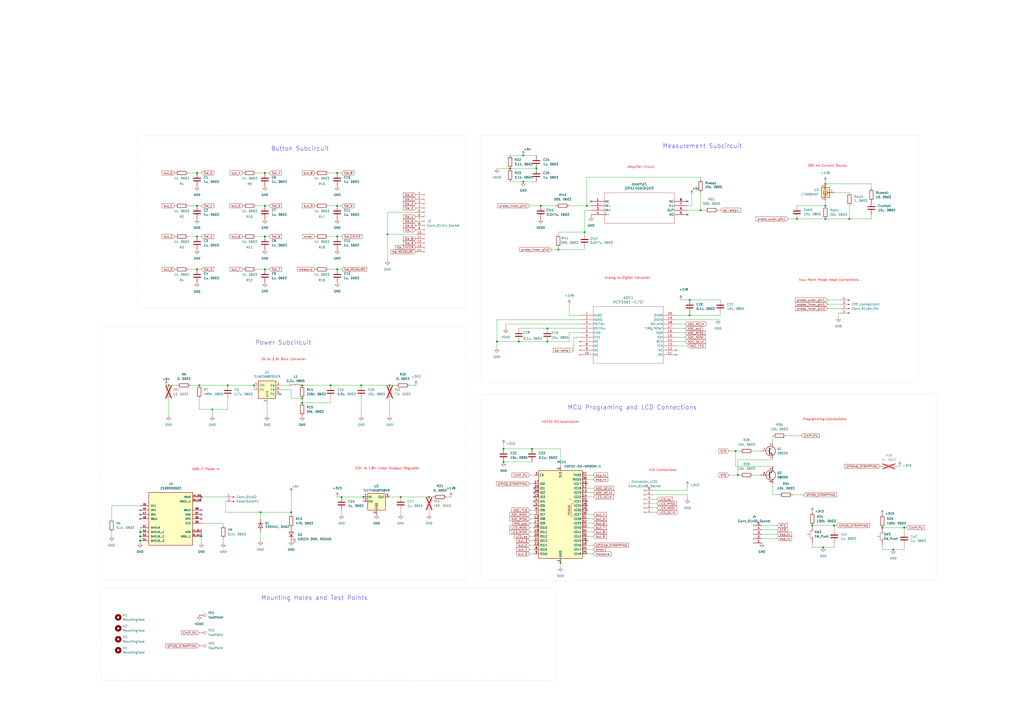
<source format=kicad_sch>
(kicad_sch (version 20231120) (generator "eeschema") (generator_version "8.0")
  (paper "A2")
  (lib_symbols
    (symbol "2169900003:2169900003" (pin_names (offset 1.016))
      (property "Reference" "J" (at -12.7 10.922 0))
      (property "Value" "2169900003" (at -12.7 -21.082 0))
      (symbol "2169900003_0_0"
        (pin power_in line (at 17.78 -12.7 180) (length 5.08) (name "GND") (number "A1_B12"))
        (pin power_in line (at 17.78 7.62 180) (length 5.08) (name "VBUS") (number "A4_B9"))
        (pin bidirectional line (at -17.78 2.54 0) (length 5.08) (name "CC1") (number "A5"))
        (pin bidirectional line (at -17.78 0 0) (length 5.08) (name "DP1") (number "A6"))
        (pin bidirectional line (at -17.78 -2.54 0) (length 5.08) (name "DN1") (number "A7"))
        (pin bidirectional line (at -17.78 -5.08 0) (length 5.08) (name "SBU1") (number "A8"))
        (pin power_in line (at 17.78 -15.24 180) (length 5.08) (name "GND__1") (number "B1_A12"))
        (pin power_in line (at 17.78 5.08 180) (length 5.08) (name "VBUS__1") (number "B4_A9"))
        (pin bidirectional line (at 17.78 -7.62 180) (length 5.08) (name "CC2") (number "B5"))
        (pin bidirectional line (at 17.78 -5.08 180) (length 5.08) (name "DP2") (number "B6"))
        (pin bidirectional line (at 17.78 -2.54 180) (length 5.08) (name "DN2") (number "B7"))
        (pin bidirectional line (at 17.78 0 180) (length 5.08) (name "SBU2") (number "B8"))
        (pin passive line (at -17.78 -10.16 0) (length 5.08) (name "SHIELD") (number "S1"))
        (pin passive line (at -17.78 -12.7 0) (length 5.08) (name "SHIELD__1") (number "S2"))
        (pin passive line (at -17.78 -15.24 0) (length 5.08) (name "SHIELD__2") (number "S3"))
        (pin passive line (at -17.78 -17.78 0) (length 5.08) (name "SHIELD__3") (number "S4"))
      )
    )
    (symbol "Connector:Conn_01x02_Pin" (pin_names (offset 1.016) hide)
      (property "Reference" "J" (at 0 2.54 0))
      (property "Value" "Conn_01x02_Pin" (at 0 -5.08 0))
      (symbol "Conn_01x02_Pin_1_1"
        (pin passive line (at 5.08 0 180) (length 3.81) (name "Pin_1") (number "1"))
        (pin passive line (at 5.08 -2.54 180) (length 3.81) (name "Pin_2") (number "2"))
      )
    )
    (symbol "Connector:Conn_01x04_Pin" (pin_names (offset 1.016) hide)
      (property "Reference" "J" (at 0 5.08 0))
      (property "Value" "Conn_01x04_Pin" (at 0 -7.62 0))
      (symbol "Conn_01x04_Pin_1_1"
        (pin passive line (at 5.08 2.54 180) (length 3.81) (name "Pin_1") (number "1"))
        (pin passive line (at 5.08 0 180) (length 3.81) (name "Pin_2") (number "2"))
        (pin passive line (at 5.08 -2.54 180) (length 3.81) (name "Pin_3") (number "3"))
        (pin passive line (at 5.08 -5.08 180) (length 3.81) (name "Pin_4") (number "4"))
      )
    )
    (symbol "Connector:Conn_01x05_Socket" (pin_names (offset 1.016) hide)
      (property "Reference" "J" (at 0 7.62 0))
      (property "Value" "Conn_01x05_Socket" (at 0 -7.62 0))
      (symbol "Conn_01x05_Socket_1_1"
        (pin passive line (at -5.08 5.08 0) (length 3.81) (name "Pin_1") (number "1"))
        (pin passive line (at -5.08 2.54 0) (length 3.81) (name "Pin_2") (number "2"))
        (pin passive line (at -5.08 0 0) (length 3.81) (name "Pin_3") (number "3"))
        (pin passive line (at -5.08 -2.54 0) (length 3.81) (name "Pin_4") (number "4"))
        (pin passive line (at -5.08 -5.08 0) (length 3.81) (name "Pin_5") (number "5"))
      )
    )
    (symbol "Connector:Conn_01x06_Socket" (pin_names (offset 1.016) hide)
      (property "Reference" "J" (at 0 7.62 0))
      (property "Value" "Conn_01x06_Socket" (at 0 -10.16 0))
      (symbol "Conn_01x06_Socket_1_1"
        (pin passive line (at -5.08 5.08 0) (length 3.81) (name "Pin_1") (number "1"))
        (pin passive line (at -5.08 2.54 0) (length 3.81) (name "Pin_2") (number "2"))
        (pin passive line (at -5.08 0 0) (length 3.81) (name "Pin_3") (number "3"))
        (pin passive line (at -5.08 -2.54 0) (length 3.81) (name "Pin_4") (number "4"))
        (pin passive line (at -5.08 -5.08 0) (length 3.81) (name "Pin_5") (number "5"))
        (pin passive line (at -5.08 -7.62 0) (length 3.81) (name "Pin_6") (number "6"))
      )
    )
    (symbol "Connector:Conn_01x14_Socket" (pin_names (offset 1.016) hide)
      (property "Reference" "J" (at 0 17.78 0))
      (property "Value" "Conn_01x14_Socket" (at 0 -20.32 0))
      (symbol "Conn_01x14_Socket_1_1"
        (pin passive line (at -5.08 15.24 0) (length 3.81) (name "Pin_1") (number "1"))
        (pin passive line (at -5.08 -7.62 0) (length 3.81) (name "Pin_10") (number "10"))
        (pin passive line (at -5.08 -10.16 0) (length 3.81) (name "Pin_11") (number "11"))
        (pin passive line (at -5.08 -12.7 0) (length 3.81) (name "Pin_12") (number "12"))
        (pin passive line (at -5.08 -15.24 0) (length 3.81) (name "Pin_13") (number "13"))
        (pin passive line (at -5.08 -17.78 0) (length 3.81) (name "Pin_14") (number "14"))
        (pin passive line (at -5.08 12.7 0) (length 3.81) (name "Pin_2") (number "2"))
        (pin passive line (at -5.08 10.16 0) (length 3.81) (name "Pin_3") (number "3"))
        (pin passive line (at -5.08 7.62 0) (length 3.81) (name "Pin_4") (number "4"))
        (pin passive line (at -5.08 5.08 0) (length 3.81) (name "Pin_5") (number "5"))
        (pin passive line (at -5.08 2.54 0) (length 3.81) (name "Pin_6") (number "6"))
        (pin passive line (at -5.08 0 0) (length 3.81) (name "Pin_7") (number "7"))
        (pin passive line (at -5.08 -2.54 0) (length 3.81) (name "Pin_8") (number "8"))
        (pin passive line (at -5.08 -5.08 0) (length 3.81) (name "Pin_9") (number "9"))
      )
    )
    (symbol "Connector:TestPoint" (pin_numbers hide) (pin_names (offset 0.762) hide)
      (property "Reference" "TP" (at 0 6.858 0))
      (property "Value" "TestPoint" (at 0 5.08 0))
      (symbol "TestPoint_1_1"
        (pin passive line (at 0 0 90) (length 2.54) (name "1") (number "1"))
      )
    )
    (symbol "Device:C" (pin_numbers hide) (pin_names (offset 0.254))
      (property "Reference" "C" (at 0.635 2.54 0))
      (property "Value" "C" (at 0.635 -2.54 0))
      (symbol "C_1_1"
        (pin passive line (at 0 3.81 270) (length 2.794) (name "~") (number "1"))
        (pin passive line (at 0 -3.81 90) (length 2.794) (name "~") (number "2"))
      )
    )
    (symbol "Device:D_Zener" (pin_numbers hide) (pin_names (offset 1.016) hide)
      (property "Reference" "D" (at 0 2.54 0))
      (property "Value" "D_Zener" (at 0 -2.54 0))
      (symbol "D_Zener_1_1"
        (pin passive line (at -3.81 0 0) (length 2.54) (name "K") (number "1"))
        (pin passive line (at 3.81 0 180) (length 2.54) (name "A") (number "2"))
      )
    )
    (symbol "Device:L" (pin_numbers hide) (pin_names (offset 1.016) hide)
      (property "Reference" "L" (at -1.27 0 90))
      (property "Value" "L" (at 1.905 0 90))
      (symbol "L_1_1"
        (pin passive line (at 0 3.81 270) (length 1.27) (name "1") (number "1"))
        (pin passive line (at 0 -3.81 90) (length 1.27) (name "2") (number "2"))
      )
    )
    (symbol "Device:LED" (pin_numbers hide) (pin_names (offset 1.016) hide)
      (property "Reference" "D" (at 0 2.54 0))
      (property "Value" "LED" (at 0 -2.54 0))
      (symbol "LED_1_1"
        (pin passive line (at -3.81 0 0) (length 2.54) (name "K") (number "1"))
        (pin passive line (at 3.81 0 180) (length 2.54) (name "A") (number "2"))
      )
    )
    (symbol "Device:R" (pin_numbers hide) (pin_names (offset 0))
      (property "Reference" "R" (at 2.032 0 90))
      (property "Value" "R" (at 0 0 90))
      (symbol "R_1_1"
        (pin passive line (at 0 3.81 270) (length 1.27) (name "~") (number "1"))
        (pin passive line (at 0 -3.81 90) (length 1.27) (name "~") (number "2"))
      )
    )
    (symbol "Mechanical:MountingHole" (pin_names (offset 1.016)) (exclude_from_sim yes) (in_bom no)
      (property "Reference" "H" (at 0 5.08 0))
      (property "Value" "MountingHole" (at 0 3.175 0))
    )
    (symbol "RF_Module:ESP32-S3-WROOM-1"
      (property "Reference" "U" (at -12.7 26.67 0))
      (property "Value" "ESP32-S3-WROOM-1" (at 12.7 26.67 0))
      (symbol "ESP32-S3-WROOM-1_0_0"
        (text "PSRAM" (at 5.08 2.54 900) (effects (font (size 1.27 1.27))))
      )
      (symbol "ESP32-S3-WROOM-1_1_1"
        (pin power_in line (at 0 -27.94 90) (length 2.54) (name "GND") (number "1"))
        (pin bidirectional line (at 15.24 17.78 180) (length 2.54) (name "IO17") (number "10"))
        (pin bidirectional line (at 15.24 15.24 180) (length 2.54) (name "IO18") (number "11"))
        (pin bidirectional line (at -15.24 -2.54 0) (length 2.54) (name "IO8") (number "12"))
        (pin bidirectional line (at 15.24 12.7 180) (length 2.54) (name "IO19") (number "13"))
        (pin bidirectional line (at 15.24 10.16 180) (length 2.54) (name "IO20") (number "14"))
        (pin bidirectional line (at -15.24 10.16 0) (length 2.54) (name "IO3") (number "15"))
        (pin bidirectional line (at 15.24 -17.78 180) (length 2.54) (name "IO46") (number "16"))
        (pin bidirectional line (at -15.24 -5.08 0) (length 2.54) (name "IO9") (number "17"))
        (pin bidirectional line (at -15.24 -7.62 0) (length 2.54) (name "IO10") (number "18"))
        (pin bidirectional line (at -15.24 -10.16 0) (length 2.54) (name "IO11") (number "19"))
        (pin power_in line (at 0 27.94 270) (length 2.54) (name "3V3") (number "2"))
        (pin bidirectional line (at -15.24 -12.7 0) (length 2.54) (name "IO12") (number "20"))
        (pin bidirectional line (at -15.24 -15.24 0) (length 2.54) (name "IO13") (number "21"))
        (pin bidirectional line (at -15.24 -17.78 0) (length 2.54) (name "IO14") (number "22"))
        (pin bidirectional line (at 15.24 7.62 180) (length 2.54) (name "IO21") (number "23"))
        (pin bidirectional line (at 15.24 -20.32 180) (length 2.54) (name "IO47") (number "24"))
        (pin bidirectional line (at 15.24 -22.86 180) (length 2.54) (name "IO48") (number "25"))
        (pin bidirectional line (at 15.24 -15.24 180) (length 2.54) (name "IO45") (number "26"))
        (pin bidirectional line (at -15.24 17.78 0) (length 2.54) (name "IO0") (number "27"))
        (pin bidirectional line (at 15.24 5.08 180) (length 2.54) (name "IO35") (number "28"))
        (pin bidirectional line (at 15.24 2.54 180) (length 2.54) (name "IO36") (number "29"))
        (pin input line (at -15.24 22.86 0) (length 2.54) (name "EN") (number "3"))
        (pin bidirectional line (at 15.24 0 180) (length 2.54) (name "IO37") (number "30"))
        (pin bidirectional line (at 15.24 -2.54 180) (length 2.54) (name "IO38") (number "31"))
        (pin bidirectional line (at 15.24 -5.08 180) (length 2.54) (name "IO39") (number "32"))
        (pin bidirectional line (at 15.24 -7.62 180) (length 2.54) (name "IO40") (number "33"))
        (pin bidirectional line (at 15.24 -10.16 180) (length 2.54) (name "IO41") (number "34"))
        (pin bidirectional line (at 15.24 -12.7 180) (length 2.54) (name "IO42") (number "35"))
        (pin bidirectional line (at 15.24 20.32 180) (length 2.54) (name "RXD0") (number "36"))
        (pin bidirectional line (at 15.24 22.86 180) (length 2.54) (name "TXD0") (number "37"))
        (pin bidirectional line (at -15.24 12.7 0) (length 2.54) (name "IO2") (number "38"))
        (pin bidirectional line (at -15.24 15.24 0) (length 2.54) (name "IO1") (number "39"))
        (pin bidirectional line (at -15.24 7.62 0) (length 2.54) (name "IO4") (number "4"))
        (pin passive line (at 0 -27.94 90) (length 2.54) hide (name "GND") (number "40"))
        (pin passive line (at 0 -27.94 90) (length 2.54) hide (name "GND") (number "41"))
        (pin bidirectional line (at -15.24 5.08 0) (length 2.54) (name "IO5") (number "5"))
        (pin bidirectional line (at -15.24 2.54 0) (length 2.54) (name "IO6") (number "6"))
        (pin bidirectional line (at -15.24 0 0) (length 2.54) (name "IO7") (number "7"))
        (pin bidirectional line (at -15.24 -20.32 0) (length 2.54) (name "IO15") (number "8"))
        (pin bidirectional line (at -15.24 -22.86 0) (length 2.54) (name "IO16") (number "9"))
      )
    )
    (symbol "Reference_Current:LT3092xST"
      (property "Reference" "U" (at 0.635 6.35 0))
      (property "Value" "LT3092xST" (at 0.635 4.445 0))
      (symbol "LT3092xST_1_1"
        (pin passive line (at 5.08 0 180) (length 2.54) (name "~") (number "1"))
        (pin passive line (at 0 -5.08 90) (length 2.54) (name "~") (number "2"))
        (pin passive line (at 0 5.08 270) (length 2.54) (name "~") (number "3"))
      )
    )
    (symbol "Regulator_Linear:TLV70012_SOT23-5" (pin_names (offset 0.254))
      (property "Reference" "U" (at -3.81 5.715 0))
      (property "Value" "TLV70012_SOT23-5" (at 0 5.715 0))
      (symbol "TLV70012_SOT23-5_1_1"
        (pin power_in line (at -7.62 2.54 0) (length 2.54) (name "IN") (number "1"))
        (pin power_in line (at 0 -7.62 90) (length 2.54) (name "GND") (number "2"))
        (pin input line (at -7.62 0 0) (length 2.54) (name "EN") (number "3"))
        (pin no_connect line (at 5.08 0 180) (length 2.54) hide (name "NC") (number "4"))
        (pin power_out line (at 7.62 2.54 180) (length 2.54) (name "OUT") (number "5"))
      )
    )
    (symbol "Regulator_Switching:TLV62568DDC"
      (property "Reference" "U" (at -5.08 6.35 0))
      (property "Value" "TLV62568DDC" (at 0 6.35 0))
      (symbol "TLV62568DDC_1_1"
        (pin input line (at -7.62 0 0) (length 2.54) (name "EN") (number "1"))
        (pin power_in line (at 0 -7.62 90) (length 2.54) (name "GND") (number "2"))
        (pin power_out line (at 7.62 2.54 180) (length 2.54) (name "SW") (number "3"))
        (pin power_in line (at -7.62 2.54 0) (length 2.54) (name "VIN") (number "4"))
        (pin open_collector line (at 7.62 -2.54 180) (length 2.54) (name "PG") (number "5"))
        (pin input line (at 7.62 0 180) (length 2.54) (name "FB") (number "6"))
      )
    )
    (symbol "SW_Push_1" (pin_numbers hide) (pin_names (offset 1.016) hide)
      (property "Reference" "SW2" (at 1.2701 -1.27 90))
      (property "Value" "SW_Push" (at -1.2699 -1.27 90))
      (symbol "SW_Push_1_0_1"
        (pin passive line (at -5.08 0 0) (length 2.54) (name "1") (number "1"))
        (pin passive line (at 5.08 0 180) (length 2.54) (name "6") (number "6"))
      )
    )
    (symbol "Switch:SW_Push" (pin_numbers hide) (pin_names (offset 1.016) hide)
      (property "Reference" "SW3" (at 1.27 -0.762 90))
      (property "Value" "SW_Push" (at -1.27 -0.762 90))
      (symbol "SW_Push_0_1"
        (pin passive line (at -5.08 0 0) (length 2.54) (name "1") (number "1"))
        (pin passive line (at 5.08 0 180) (length 2.54) (name "6") (number "6"))
      )
    )
    (symbol "Transistor_BJT:S8050" (pin_names (offset 0) hide)
      (property "Reference" "Q" (at 5.08 1.905 0))
      (property "Value" "S8050" (at 5.08 0 0))
      (symbol "S8050_1_1"
        (pin passive line (at 2.54 -5.08 90) (length 2.54) (name "E") (number "1"))
        (pin input line (at -5.08 0 0) (length 5.08) (name "B") (number "2"))
        (pin passive line (at 2.54 5.08 270) (length 2.54) (name "C") (number "3"))
      )
    )
    (symbol "local_lib:MCP3561-E_ST" (pin_names (offset 0.254))
      (property "Reference" "U" (at 27.94 10.16 0))
      (property "Value" "MCP3561-E/ST" (at 27.94 7.62 0))
      (symbol "MCP3561-E_ST_0_1"
        (pin power_in line (at 0 0 0) (length 7.62) (name "AVDD") (number "1"))
        (pin no_connect line (at 0 -22.86 0) (length 7.62) (name "NC") (number "10"))
        (pin no_connect line (at 55.88 -22.86 180) (length 7.62) (name "NC") (number "11"))
        (pin no_connect line (at 55.88 -20.32 180) (length 7.62) (name "NC") (number "12"))
        (pin input line (at 55.88 -17.78 180) (length 7.62) (name "*CS") (number "13"))
        (pin input line (at 55.88 -15.24 180) (length 7.62) (name "SCK") (number "14"))
        (pin input line (at 55.88 -12.7 180) (length 7.62) (name "SDI") (number "15"))
        (pin output line (at 55.88 -10.16 180) (length 7.62) (name "SDO") (number "16"))
        (pin output line (at 55.88 -7.62 180) (length 7.62) (name "*IRQ/MDAT") (number "17"))
        (pin bidirectional line (at 55.88 -5.08 180) (length 7.62) (name "MCLKIN") (number "18"))
        (pin power_out line (at 55.88 -2.54 180) (length 7.62) (name "DGND") (number "19"))
        (pin power_out line (at 0 -2.54 0) (length 7.62) (name "AGND") (number "2"))
        (pin power_in line (at 55.88 0 180) (length 7.62) (name "DVDD") (number "20"))
        (pin input line (at 0 -5.08 0) (length 7.62) (name "REFIN-") (number "3"))
        (pin input line (at 0 -7.62 0) (length 7.62) (name "REFIN+") (number "4"))
        (pin input line (at 0 -10.16 0) (length 7.62) (name "CH0") (number "5"))
        (pin input line (at 0 -12.7 0) (length 7.62) (name "CH1") (number "6"))
        (pin no_connect line (at 0 -15.24 0) (length 7.62) (name "NC") (number "7"))
        (pin no_connect line (at 0 -17.78 0) (length 7.62) (name "NC") (number "8"))
        (pin no_connect line (at 0 -20.32 0) (length 7.62) (name "NC") (number "9"))
      )
    )
    (symbol "local_lib:OPA140AIDGKR" (pin_names (offset 0.254))
      (property "Reference" "U" (at 27.94 10.16 0))
      (property "Value" "OPA140AIDGKR" (at 27.94 7.62 0))
      (symbol "OPA140AIDGKR_0_1"
        (pin unspecified line (at 0 0 0) (length 7.62) (name "NC") (number "1"))
        (pin input line (at 0 -2.54 0) (length 7.62) (name "IN-") (number "2"))
        (pin input line (at 0 -5.08 0) (length 7.62) (name "IN+") (number "3"))
        (pin power_in line (at 0 -7.62 0) (length 7.62) (name "V-") (number "4"))
        (pin unspecified line (at 55.88 -7.62 180) (length 7.62) (name "NC") (number "5"))
        (pin output line (at 55.88 -5.08 180) (length 7.62) (name "OUT") (number "6"))
        (pin power_in line (at 55.88 -2.54 180) (length 7.62) (name "V+") (number "7"))
        (pin unspecified line (at 55.88 0 180) (length 7.62) (name "NC") (number "8"))
      )
    )
    (symbol "power:+5V" (power) (pin_numbers hide) (pin_names (offset 0) hide)
      (property "Value" "+5V" (at 0 3.556 0))
      (symbol "+5V_1_1"
        (pin power_in line (at 0 0 90) (length 0) (name "~") (number "1"))
      )
    )
    (symbol "power:GND" (power) (pin_numbers hide) (pin_names (offset 0) hide)
      (property "Value" "GND" (at 0 -3.81 0))
      (symbol "GND_1_1"
        (pin power_in line (at 0 0 270) (length 0) (name "~") (number "1"))
      )
    )
    (symbol "power:VDD" (power) (pin_numbers hide) (pin_names (offset 0) hide)
      (property "Value" "VDD" (at 0 3.556 0))
      (symbol "VDD_1_1"
        (pin power_in line (at 0 0 90) (length 0) (name "~") (number "1"))
      )
    )
  )
  (junction (at 478.79 106.68))
  (junction (at 339.09 134.62))
  (junction (at 151.13 297.18))
  (junction (at 313.69 119.38))
  (junction (at 153.67 156.21))
  (junction (at 311.15 97.79))
  (junction (at 81.28 308.61))
  (junction (at 195.58 119.38))
  (junction (at 198.12 288.29))
  (junction (at 478.79 119.38))
  (junction (at 426.72 261.62))
  (junction (at 518.16 318.77))
  (junction (at 288.29 198.12))
  (junction (at 295.91 97.79))
  (junction (at 153.67 137.16))
  (junction (at 483.87 304.8))
  (junction (at 81.28 313.69))
  (junction (at 462.28 127))
  (junction (at 478.79 127))
  (junction (at 114.3 100.33))
  (junction (at 97.79 223.52))
  (junction (at 232.41 288.29))
  (junction (at 226.06 223.52))
  (junction (at 323.85 144.78))
  (junction (at 303.53 105.41))
  (junction (at 191.77 223.52))
  (junction (at 210.82 288.29))
  (junction (at 400.05 173.99))
  (junction (at 308.61 260.35))
  (junction (at 114.3 137.16))
  (junction (at 209.55 223.52))
  (junction (at 195.58 100.33))
  (junction (at 114.3 156.21))
  (junction (at 195.58 156.21))
  (junction (at 81.28 311.15))
  (junction (at 132.08 223.52))
  (junction (at 292.1 267.97))
  (junction (at 175.26 233.68))
  (junction (at 303.53 90.17))
  (junction (at 115.57 223.52))
  (junction (at 116.84 311.15))
  (junction (at 168.91 297.18))
  (junction (at 340.36 119.38))
  (junction (at 471.17 304.8))
  (junction (at 317.5 190.5))
  (junction (at 317.5 198.12))
  (junction (at 427.99 275.59))
  (junction (at 292.1 260.35))
  (junction (at 406.4 121.92))
  (junction (at 114.3 119.38))
  (junction (at 195.58 137.16))
  (junction (at 300.99 198.12))
  (junction (at 175.26 231.14))
  (junction (at 400.05 182.88))
  (junction (at 116.84 288.29))
  (junction (at 147.32 223.52))
  (junction (at 153.67 119.38))
  (junction (at 224.79 135.89))
  (junction (at 248.92 288.29))
  (junction (at 492.76 127))
  (junction (at 175.26 223.52))
  (junction (at 477.52 317.5))
  (junction (at 511.81 306.07))
  (junction (at 524.51 306.07))
  (junction (at 153.67 100.33))
  (junction (at 123.19 237.49))
  (junction (at 325.12 326.39))
  (no_connect (at 398.78 124.46))
  (no_connect (at 309.88 285.75))
  (no_connect (at 81.28 300.99))
  (no_connect (at 340.36 280.67))
  (no_connect (at 116.84 300.99))
  (no_connect (at 81.28 298.45))
  (no_connect (at 309.88 283.21))
  (no_connect (at 340.36 295.91))
  (no_connect (at 309.88 290.83))
  (no_connect (at 116.84 298.45))
  (no_connect (at 81.28 295.91))
  (no_connect (at 340.36 313.69))
  (no_connect (at 309.88 288.29))
  (no_connect (at 340.36 293.37))
  (no_connect (at 309.88 293.37))
  (no_connect (at 342.9 116.84))
  (no_connect (at 340.36 290.83))
  (no_connect (at 398.78 116.84))
  (no_connect (at 116.84 295.91))
  (no_connect (at 162.56 228.6))
  (wire (pts (xy 483.87 317.5) (xy 477.52 317.5)))
  (wire (pts (xy 325.12 260.35) (xy 308.61 260.35)))
  (wire (pts (xy 151.13 297.18) (xy 168.91 297.18)))
  (wire (pts (xy 340.36 298.45) (xy 344.17 298.45)))
  (wire (pts (xy 524.51 306.07) (xy 525.78 306.07)))
  (wire (pts (xy 392.43 195.58) (xy 397.51 195.58)))
  (wire (pts (xy 332.74 195.58) (xy 332.74 203.2)))
  (wire (pts (xy 511.81 318.77) (xy 518.16 318.77)))
  (wire (pts (xy 406.4 102.87) (xy 340.36 102.87)))
  (wire (pts (xy 288.29 97.79) (xy 295.91 97.79)))
  (wire (pts (xy 154.94 233.68) (xy 154.94 241.3)))
  (wire (pts (xy 448.31 287.02) (xy 452.12 287.02)))
  (wire (pts (xy 483.87 304.8) (xy 485.14 304.8)))
  (wire (pts (xy 190.5 137.16) (xy 195.58 137.16)))
  (wire (pts (xy 288.29 198.12) (xy 300.99 198.12)))
  (wire (pts (xy 378.46 284.48) (xy 398.78 284.48)))
  (wire (pts (xy 116.84 311.15) (xy 116.84 314.96)))
  (wire (pts (xy 109.22 100.33) (xy 114.3 100.33)))
  (wire (pts (xy 81.28 306.07) (xy 81.28 308.61)))
  (wire (pts (xy 303.53 105.41) (xy 311.15 105.41)))
  (wire (pts (xy 378.46 292.1) (xy 381 292.1)))
  (wire (pts (xy 505.46 106.68) (xy 505.46 109.22)))
  (wire (pts (xy 511.81 306.07) (xy 524.51 306.07)))
  (wire (pts (xy 394.97 173.99) (xy 400.05 173.99)))
  (wire (pts (xy 398.78 284.48) (xy 398.78 281.94)))
  (wire (pts (xy 317.5 190.5) (xy 336.55 190.5)))
  (wire (pts (xy 505.46 127) (xy 505.46 124.46)))
  (wire (pts (xy 340.36 300.99) (xy 344.17 300.99)))
  (wire (pts (xy 478.79 105.41) (xy 478.79 106.68)))
  (wire (pts (xy 198.12 156.21) (xy 195.58 156.21)))
  (wire (pts (xy 342.9 125.73) (xy 342.9 124.46)))
  (wire (pts (xy 471.17 317.5) (xy 477.52 317.5)))
  (wire (pts (xy 400.05 182.88) (xy 417.83 182.88)))
  (wire (pts (xy 97.79 231.14) (xy 97.79 241.3)))
  (wire (pts (xy 450.85 307.34) (xy 441.96 307.34)))
  (wire (pts (xy 313.69 119.38) (xy 322.58 119.38)))
  (wire (pts (xy 175.26 233.68) (xy 175.26 231.14)))
  (wire (pts (xy 392.43 190.5) (xy 397.51 190.5)))
  (wire (pts (xy 148.59 100.33) (xy 153.67 100.33)))
  (wire (pts (xy 307.34 300.99) (xy 309.88 300.99)))
  (wire (pts (xy 115.57 231.14) (xy 115.57 237.49)))
  (wire (pts (xy 471.17 314.96) (xy 471.17 317.5)))
  (wire (pts (xy 307.34 311.15) (xy 309.88 311.15)))
  (wire (pts (xy 323.85 144.78) (xy 339.09 144.78)))
  (wire (pts (xy 64.77 293.37) (xy 64.77 300.99)))
  (wire (pts (xy 325.12 326.39) (xy 325.12 328.93)))
  (wire (pts (xy 241.3 135.89) (xy 224.79 135.89)))
  (wire (pts (xy 123.19 237.49) (xy 123.19 241.3)))
  (wire (pts (xy 336.55 185.42) (xy 288.29 185.42)))
  (wire (pts (xy 398.78 119.38) (xy 401.32 119.38)))
  (wire (pts (xy 486.41 181.61) (xy 487.68 181.61)))
  (wire (pts (xy 259.08 288.29) (xy 261.62 288.29)))
  (wire (pts (xy 190.5 156.21) (xy 195.58 156.21)))
  (wire (pts (xy 147.32 223.52) (xy 147.32 226.06)))
  (wire (pts (xy 198.12 119.38) (xy 195.58 119.38)))
  (wire (pts (xy 109.22 119.38) (xy 114.3 119.38)))
  (wire (pts (xy 116.84 308.61) (xy 116.84 311.15)))
  (wire (pts (xy 129.54 312.42) (xy 129.54 314.96)))
  (wire (pts (xy 241.3 123.19) (xy 224.79 123.19)))
  (wire (pts (xy 448.31 266.7) (xy 427.99 266.7)))
  (wire (pts (xy 300.99 198.12) (xy 317.5 198.12)))
  (wire (pts (xy 519.43 270.51) (xy 521.97 270.51)))
  (wire (pts (xy 198.12 288.29) (xy 210.82 288.29)))
  (wire (pts (xy 130.81 290.83) (xy 130.81 297.18)))
  (wire (pts (xy 392.43 200.66) (xy 398.78 200.66)))
  (wire (pts (xy 392.43 185.42) (xy 416.56 185.42)))
  (wire (pts (xy 292.1 267.97) (xy 308.61 267.97)))
  (wire (pts (xy 307.34 308.61) (xy 309.88 308.61)))
  (wire (pts (xy 450.85 304.8) (xy 441.96 304.8)))
  (wire (pts (xy 307.34 119.38) (xy 313.69 119.38)))
  (wire (pts (xy 344.17 318.77) (xy 340.36 318.77)))
  (wire (pts (xy 190.5 119.38) (xy 195.58 119.38)))
  (wire (pts (xy 64.77 293.37) (xy 81.28 293.37)))
  (wire (pts (xy 340.36 102.87) (xy 340.36 119.38)))
  (wire (pts (xy 116.84 100.33) (xy 114.3 100.33)))
  (wire (pts (xy 344.17 283.21) (xy 340.36 283.21)))
  (wire (pts (xy 325.12 260.35) (xy 325.12 270.51)))
  (wire (pts (xy 191.77 223.52) (xy 209.55 223.52)))
  (wire (pts (xy 323.85 135.89) (xy 323.85 134.62)))
  (wire (pts (xy 344.17 285.75) (xy 340.36 285.75)))
  (wire (pts (xy 340.36 303.53) (xy 344.17 303.53)))
  (wire (pts (xy 156.21 100.33) (xy 153.67 100.33)))
  (wire (pts (xy 293.37 187.96) (xy 293.37 190.5)))
  (wire (pts (xy 191.77 231.14) (xy 191.77 233.68)))
  (wire (pts (xy 116.84 288.29) (xy 116.84 290.83)))
  (wire (pts (xy 483.87 314.96) (xy 483.87 317.5)))
  (wire (pts (xy 330.2 182.88) (xy 336.55 182.88)))
  (wire (pts (xy 400.05 182.88) (xy 400.05 181.61)))
  (wire (pts (xy 162.56 223.52) (xy 167.64 223.52)))
  (wire (pts (xy 156.21 119.38) (xy 153.67 119.38)))
  (wire (pts (xy 398.78 289.56) (xy 398.78 287.02)))
  (wire (pts (xy 455.93 252.73) (xy 464.82 252.73)))
  (wire (pts (xy 436.88 275.59) (xy 440.69 275.59)))
  (wire (pts (xy 129.54 303.53) (xy 116.84 303.53)))
  (wire (pts (xy 307.34 280.67) (xy 309.88 280.67)))
  (wire (pts (xy 210.82 288.29) (xy 210.82 290.83)))
  (wire (pts (xy 339.09 134.62) (xy 339.09 135.89)))
  (wire (pts (xy 209.55 231.14) (xy 209.55 241.3)))
  (wire (pts (xy 168.91 226.06) (xy 168.91 231.14)))
  (wire (pts (xy 153.67 156.21) (xy 156.21 156.21)))
  (wire (pts (xy 224.79 123.19) (xy 224.79 135.89)))
  (wire (pts (xy 226.06 231.14) (xy 226.06 241.3)))
  (wire (pts (xy 162.56 226.06) (xy 168.91 226.06)))
  (wire (pts (xy 450.85 309.88) (xy 441.96 309.88)))
  (wire (pts (xy 480.06 176.53) (xy 487.68 176.53)))
  (wire (pts (xy 344.17 321.31) (xy 340.36 321.31)))
  (wire (pts (xy 237.49 223.52) (xy 241.3 223.52)))
  (wire (pts (xy 307.34 303.53) (xy 309.88 303.53)))
  (wire (pts (xy 64.77 308.61) (xy 64.77 311.15)))
  (wire (pts (xy 406.4 111.76) (xy 406.4 121.92)))
  (wire (pts (xy 378.46 289.56) (xy 381 289.56)))
  (wire (pts (xy 332.74 195.58) (xy 336.55 195.58)))
  (wire (pts (xy 190.5 100.33) (xy 195.58 100.33)))
  (wire (pts (xy 81.28 313.69) (xy 81.28 314.96)))
  (wire (pts (xy 392.43 198.12) (xy 397.51 198.12)))
  (wire (pts (xy 226.06 223.52) (xy 229.87 223.52)))
  (wire (pts (xy 339.09 144.78) (xy 339.09 143.51)))
  (wire (pts (xy 300.99 190.5) (xy 317.5 190.5)))
  (wire (pts (xy 323.85 134.62) (xy 339.09 134.62)))
  (wire (pts (xy 292.1 257.81) (xy 292.1 260.35)))
  (wire (pts (xy 307.34 321.31) (xy 309.88 321.31)))
  (wire (pts (xy 116.84 156.21) (xy 114.3 156.21)))
  (wire (pts (xy 295.91 97.79) (xy 311.15 97.79)))
  (wire (pts (xy 209.55 223.52) (xy 226.06 223.52)))
  (wire (pts (xy 417.83 121.92) (xy 416.56 121.92)))
  (wire (pts (xy 153.67 137.16) (xy 156.21 137.16)))
  (wire (pts (xy 148.59 119.38) (xy 153.67 119.38)))
  (wire (pts (xy 288.29 198.12) (xy 288.29 201.93)))
  (wire (pts (xy 427.99 266.7) (xy 427.99 275.59)))
  (wire (pts (xy 307.34 316.23) (xy 309.88 316.23)))
  (wire (pts (xy 344.17 288.29) (xy 340.36 288.29)))
  (wire (pts (xy 392.43 182.88) (xy 400.05 182.88)))
  (wire (pts (xy 195.58 137.16) (xy 198.12 137.16)))
  (wire (pts (xy 340.36 278.13) (xy 344.17 278.13)))
  (wire (pts (xy 392.43 187.96) (xy 397.51 187.96)))
  (wire (pts (xy 132.08 231.14) (xy 132.08 237.49)))
  (wire (pts (xy 417.83 182.88) (xy 417.83 181.61)))
  (wire (pts (xy 151.13 308.61) (xy 151.13 313.69)))
  (wire (pts (xy 398.78 287.02) (xy 378.46 287.02)))
  (wire (pts (xy 480.06 173.99) (xy 487.68 173.99)))
  (wire (pts (xy 330.2 176.53) (xy 330.2 182.88)))
  (wire (pts (xy 307.34 306.07) (xy 309.88 306.07)))
  (wire (pts (xy 462.28 119.38) (xy 478.79 119.38)))
  (wire (pts (xy 148.59 137.16) (xy 153.67 137.16)))
  (wire (pts (xy 492.76 119.38) (xy 492.76 127)))
  (wire (pts (xy 248.92 288.29) (xy 251.46 288.29)))
  (wire (pts (xy 307.34 318.77) (xy 309.88 318.77)))
  (wire (pts (xy 524.51 308.61) (xy 524.51 306.07)))
  (wire (pts (xy 450.85 312.42) (xy 441.96 312.42)))
  (wire (pts (xy 116.84 137.16) (xy 114.3 137.16)))
  (wire (pts (xy 97.79 223.52) (xy 102.87 223.52)))
  (wire (pts (xy 320.04 144.78) (xy 323.85 144.78)))
  (wire (pts (xy 378.46 294.64) (xy 381 294.64)))
  (wire (pts (xy 110.49 223.52) (xy 115.57 223.52)))
  (wire (pts (xy 448.31 252.73) (xy 448.31 256.54)))
  (wire (pts (xy 175.26 233.68) (xy 191.77 233.68)))
  (wire (pts (xy 96.52 223.52) (xy 97.79 223.52)))
  (wire (pts (xy 130.81 297.18) (xy 151.13 297.18)))
  (wire (pts (xy 115.57 237.49) (xy 123.19 237.49)))
  (wire (pts (xy 340.36 306.07) (xy 344.17 306.07)))
  (wire (pts (xy 115.57 223.52) (xy 132.08 223.52)))
  (wire (pts (xy 307.34 275.59) (xy 309.88 275.59)))
  (wire (pts (xy 81.28 308.61) (xy 81.28 311.15)))
  (wire (pts (xy 307.34 313.69) (xy 309.88 313.69)))
  (wire (pts (xy 524.51 318.77) (xy 518.16 318.77)))
  (wire (pts (xy 398.78 121.92) (xy 406.4 121.92)))
  (wire (pts (xy 426.72 270.51) (xy 448.31 270.51)))
  (wire (pts (xy 401.32 113.03) (xy 401.32 119.38)))
  (wire (pts (xy 168.91 297.18) (xy 168.91 298.45)))
  (wire (pts (xy 459.74 287.02) (xy 466.09 287.02)))
  (wire (pts (xy 340.36 308.61) (xy 344.17 308.61)))
  (wire (pts (xy 480.06 179.07) (xy 487.68 179.07)))
  (wire (pts (xy 422.91 261.62) (xy 426.72 261.62)))
  (wire (pts (xy 342.9 119.38) (xy 340.36 119.38)))
  (wire (pts (xy 436.88 261.62) (xy 440.69 261.62)))
  (wire (pts (xy 492.76 127) (xy 505.46 127)))
  (wire (pts (xy 457.2 127) (xy 462.28 127)))
  (wire (pts (xy 471.17 304.8) (xy 483.87 304.8)))
  (wire (pts (xy 511.81 316.23) (xy 511.81 318.77)))
  (wire (pts (xy 340.36 316.23) (xy 344.17 316.23)))
  (wire (pts (xy 330.2 119.38) (xy 340.36 119.38)))
  (wire (pts (xy 295.91 90.17) (xy 303.53 90.17)))
  (wire (pts (xy 81.28 311.15) (xy 81.28 313.69)))
  (wire (pts (xy 462.28 127) (xy 478.79 127)))
  (wire (pts (xy 426.72 270.51) (xy 426.72 261.62)))
  (wire (pts (xy 303.53 90.17) (xy 311.15 90.17)))
  (wire (pts (xy 426.72 261.62) (xy 429.26 261.62)))
  (wire (pts (xy 486.41 181.61) (xy 486.41 184.15)))
  (wire (pts (xy 175.26 223.52) (xy 191.77 223.52)))
  (wire (pts (xy 330.2 193.04) (xy 330.2 198.12)))
  (wire (pts (xy 323.85 143.51) (xy 323.85 144.78)))
  (wire (pts (xy 224.79 135.89) (xy 224.79 151.13)))
  (wire (pts (xy 123.19 237.49) (xy 132.08 237.49)))
  (wire (pts (xy 116.84 119.38) (xy 114.3 119.38)))
  (wire (pts (xy 378.46 297.18) (xy 381 297.18)))
  (wire (pts (xy 198.12 100.33) (xy 195.58 100.33)))
  (wire (pts (xy 226.06 288.29) (xy 232.41 288.29)))
  (wire (pts (xy 478.79 106.68) (xy 505.46 106.68)))
  (wire (pts (xy 492.76 127) (xy 478.79 127)))
  (wire (pts (xy 336.55 187.96) (xy 293.37 187.96)))
  (wire (pts (xy 195.58 288.29) (xy 198.12 288.29)))
  (wire (pts (xy 339.09 121.92) (xy 342.9 121.92)))
  (wire (pts (xy 478.79 119.38) (xy 478.79 116.84)))
  (wire (pts (xy 400.05 173.99) (xy 417.83 173.99)))
  (polyline (pts (xy 330.2 289.56) (xy 331.47 289.56)))
  (wire (pts (xy 427.99 275.59) (xy 429.26 275.59)))
  (wire (pts (xy 307.34 295.91) (xy 309.88 295.91)))
  (wire (pts (xy 292.1 260.35) (xy 308.61 260.35)))
  (wire (pts (xy 307.34 298.45) (xy 309.88 298.45)))
  (wire (pts (xy 129.54 304.8) (xy 129.54 303.53)))
  (wire (pts (xy 248.92 295.91) (xy 248.92 298.45)))
  (wire (pts (xy 406.4 104.14) (xy 406.4 102.87)))
  (wire (pts (xy 198.12 295.91) (xy 198.12 298.45)))
  (wire (pts (xy 116.84 288.29) (xy 130.81 288.29)))
  (wire (pts (xy 406.4 121.92) (xy 408.94 121.92)))
  (wire (pts (xy 168.91 285.75) (xy 168.91 297.18)))
  (wire (pts (xy 392.43 193.04) (xy 397.51 193.04)))
  (wire (pts (xy 109.22 156.21) (xy 114.3 156.21)))
  (wire (pts (xy 524.51 316.23) (xy 524.51 318.77)))
  (wire (pts (xy 295.91 105.41) (xy 303.53 105.41)))
  (wire (pts (xy 109.22 137.16) (xy 114.3 137.16)))
  (wire (pts (xy 483.87 307.34) (xy 483.87 304.8)))
  (wire (pts (xy 168.91 231.14) (xy 175.26 231.14)))
  (wire (pts (xy 317.5 198.12) (xy 330.2 198.12)))
  (wire (pts (xy 151.13 300.99) (xy 151.13 297.18)))
  (wire (pts (xy 132.08 223.52) (xy 147.32 223.52)))
  (wire (pts (xy 288.29 185.42) (xy 288.29 198.12)))
  (wire (pts (xy 325.12 326.39) (xy 325.12 323.85)))
  (wire (pts (xy 339.09 121.92) (xy 339.09 134.62)))
  (wire (pts (xy 422.91 275.59) (xy 427.99 275.59)))
  (wire (pts (xy 148.59 156.21) (xy 153.67 156.21)))
  (wire (pts (xy 448.31 280.67) (xy 448.31 287.02)))
  (wire (pts (xy 232.41 295.91) (xy 232.41 298.45)))
  (wire (pts (xy 340.36 311.15) (xy 344.17 311.15)))
  (wire (pts (xy 330.2 193.04) (xy 336.55 193.04)))
  (wire (pts (xy 492.76 111.76) (xy 483.87 111.76)))
  (wire (pts (xy 340.36 275.59) (xy 344.17 275.59)))
  (wire (pts (xy 232.41 288.29) (xy 248.92 288.29)))
  (wire (pts (xy 510.54 270.51) (xy 511.81 270.51)))
  (rectangle (start 58.42 189.23) (end 270.51 336.804) (stroke (width 0.0762) (type dot)))
  (rectangle (start 278.638 228.6) (end 543.052 336.804) (stroke (width 0.0762) (type dot)))
  (rectangle (start 58.674 341.63) (end 323.088 394.716) (stroke (width 0.0762) (type dot)))
  (rectangle (start 79.756 78.74) (end 270.256 178.816) (stroke (width 0.0762) (type dot)))
  (rectangle (start 278.638 78.486) (end 532.638 221.742) (stroke (width 0.0762) (type dot)))
  (text "USB-C Power In" (at 119.38 272.288 0) (effects (font (size 1.27 1.27))))
  (text "ESP32 Microcontroller" (at 325.12 244.856 0) (effects (font (size 1.27 1.27))))
  (text "Amplifier Circuit" (at 371.856 97.028 0) (effects (font (size 1.27 1.27))))
  (text "3.3V to 1.8V Linear Dropout Regulator" (at 224.536 271.78 0) (effects (font (size 1.27 1.27))))
  (text "200 mA Current Source" (at 479.806 96.266 0) (effects (font (size 1.27 1.27))))
  (text "Four Point Probe Head Connections" (at 480.822 162.56 0) (effects (font (size 1.27 1.27))))
  (text "Measurement Subcircuit" (at 407.416 84.836 0) (effects (font (size 2.54 2.54))))
  (text "Analog to Digital Converter" (at 363.982 161.29 0) (effects (font (size 1.27 1.27))))
  (text "Power Subcircuit" (at 164.338 198.882 0) (effects (font (size 2.54 2.54))))
  (text "Button Subcircuit" (at 173.99 86.36 0) (effects (font (size 2.54 2.54))))
  (text "LCD Connections" (at 384.302 272.796 0) (effects (font (size 1.27 1.27))))
  (text "5V to 3.3V Buck Converter" (at 164.592 208.534 0) (effects (font (size 1.27 1.27))))
  (text "MCU Programing and LCD Connections" (at 366.776 236.474 0) (effects (font (size 2.54 2.54))))
  (text "Mounting Holes and Test Points\n" (at 182.372 346.964 0) (effects (font (size 2.54 2.54))))
  (text "Programming Connections" (at 478.282 243.332 0) (effects (font (size 1.27 1.27))))
  (global_label "op-amp+" (shape input) (at 332.74 203.2 180) (property "Intersheetrefs" "${INTERSHEET_REFS}" (effects (hide yes))))
  (global_label "but_1" (shape input) (at 307.34 318.77 180) (property "Intersheetrefs" "${INTERSHEET_REFS}" (effects (hide yes))))
  (global_label "SW_2" (shape input) (at 241.3 118.11 180) (property "Intersheetrefs" "${INTERSHEET_REFS}" (effects (hide yes))))
  (global_label "LCD_SCLK" (shape input) (at 381 297.18 0) (property "Intersheetrefs" "${INTERSHEET_REFS}" (effects (hide yes))))
  (global_label "SW_MEASURE" (shape input) (at 198.12 156.21 0) (property "Intersheetrefs" "${INTERSHEET_REFS}" (effects (hide yes))))
  (global_label "op-amp+" (shape input) (at 417.83 121.92 0) (property "Intersheetrefs" "${INTERSHEET_REFS}" (effects (hide yes))))
  (global_label "SW_ENTER" (shape input) (at 198.12 137.16 0) (property "Intersheetrefs" "${INTERSHEET_REFS}" (effects (hide yes))))
  (global_label "GPIO46_STRAPPING" (shape input) (at 510.54 270.51 180) (property "Intersheetrefs" "${INTERSHEET_REFS}" (effects (hide yes))))
  (global_label "RTS" (shape input) (at 422.91 275.59 180) (property "Intersheetrefs" "${INTERSHEET_REFS}" (effects (hide yes))))
  (global_label "SW_8" (shape input) (at 198.12 100.33 0) (property "Intersheetrefs" "${INTERSHEET_REFS}" (effects (hide yes))))
  (global_label "enter" (shape input) (at 344.17 318.77 0) (property "Intersheetrefs" "${INTERSHEET_REFS}" (effects (hide yes))))
  (global_label "SW_ENTER" (shape input) (at 241.3 143.51 180) (property "Intersheetrefs" "${INTERSHEET_REFS}" (effects (hide yes))))
  (global_label "measure" (shape input) (at 182.88 156.21 180) (property "Intersheetrefs" "${INTERSHEET_REFS}" (effects (hide yes))))
  (global_label "ADC_MOSI" (shape input) (at 397.51 195.58 0) (property "Intersheetrefs" "${INTERSHEET_REFS}" (effects (hide yes))))
  (global_label "but_3" (shape input) (at 101.6 156.21 180) (property "Intersheetrefs" "${INTERSHEET_REFS}" (effects (hide yes))))
  (global_label "SW_0" (shape input) (at 241.3 113.03 180) (property "Intersheetrefs" "${INTERSHEET_REFS}" (effects (hide yes))))
  (global_label "but_5" (shape input) (at 344.17 300.99 0) (property "Intersheetrefs" "${INTERSHEET_REFS}" (effects (hide yes))))
  (global_label "LCD_MOSI" (shape input) (at 307.34 306.07 180) (property "Intersheetrefs" "${INTERSHEET_REFS}" (effects (hide yes))))
  (global_label "LCD_MISO" (shape input) (at 381 292.1 0) (property "Intersheetrefs" "${INTERSHEET_REFS}" (effects (hide yes))))
  (global_label "SW_3" (shape input) (at 241.3 120.65 180) (property "Intersheetrefs" "${INTERSHEET_REFS}" (effects (hide yes))))
  (global_label "ADC_MCLK" (shape input) (at 344.17 285.75 0) (property "Intersheetrefs" "${INTERSHEET_REFS}" (effects (hide yes))))
  (global_label "DTR" (shape input) (at 450.85 307.34 0) (property "Intersheetrefs" "${INTERSHEET_REFS}" (effects (hide yes))))
  (global_label "ADC_MOSI" (shape input) (at 307.34 298.45 180) (property "Intersheetrefs" "${INTERSHEET_REFS}" (effects (hide yes))))
  (global_label "probe_inner_pin1" (shape input) (at 480.06 176.53 180) (property "Intersheetrefs" "${INTERSHEET_REFS}" (effects (hide yes))))
  (global_label "SW_6" (shape input) (at 156.21 137.16 0) (property "Intersheetrefs" "${INTERSHEET_REFS}" (effects (hide yes))))
  (global_label "ADC_*CS" (shape input) (at 307.34 295.91 180) (property "Intersheetrefs" "${INTERSHEET_REFS}" (effects (hide yes))))
  (global_label "CHIP_PU" (shape input) (at 525.78 306.07 0) (property "Intersheetrefs" "${INTERSHEET_REFS}" (effects (hide yes))))
  (global_label "esp_tx" (shape input) (at 344.17 275.59 0) (property "Intersheetrefs" "${INTERSHEET_REFS}" (effects (hide yes))))
  (global_label "but_0" (shape input) (at 101.6 100.33 180) (property "Intersheetrefs" "${INTERSHEET_REFS}" (effects (hide yes))))
  (global_label "SW_7" (shape input) (at 241.3 133.35 180) (property "Intersheetrefs" "${INTERSHEET_REFS}" (effects (hide yes))))
  (global_label "SW_MEASURE" (shape input) (at 241.3 146.05 180) (property "Intersheetrefs" "${INTERSHEET_REFS}" (effects (hide yes))))
  (global_label "SW_1" (shape input) (at 116.84 119.38 0) (property "Intersheetrefs" "${INTERSHEET_REFS}" (effects (hide yes))))
  (global_label "GPIO46_STRAPPING" (shape input) (at 344.17 316.23 0) (property "Intersheetrefs" "${INTERSHEET_REFS}" (effects (hide yes))))
  (global_label "SW_4" (shape input) (at 241.3 125.73 180) (property "Intersheetrefs" "${INTERSHEET_REFS}" (effects (hide yes))))
  (global_label "but_8" (shape input) (at 344.17 308.61 0) (property "Intersheetrefs" "${INTERSHEET_REFS}" (effects (hide yes))))
  (global_label "CHIP_PU" (shape input) (at 464.82 252.73 0) (property "Intersheetrefs" "${INTERSHEET_REFS}" (effects (hide yes))))
  (global_label "ADC_out" (shape input) (at 307.34 303.53 180) (property "Intersheetrefs" "${INTERSHEET_REFS}" (effects (hide yes))))
  (global_label "but_7" (shape input) (at 344.17 306.07 0) (property "Intersheetrefs" "${INTERSHEET_REFS}" (effects (hide yes))))
  (global_label "LCD_MISO" (shape input) (at 307.34 308.61 180) (property "Intersheetrefs" "${INTERSHEET_REFS}" (effects (hide yes))))
  (global_label "SW_3" (shape input) (at 116.84 156.21 0) (property "Intersheetrefs" "${INTERSHEET_REFS}" (effects (hide yes))))
  (global_label "but_0" (shape input) (at 307.34 321.31 180) (property "Intersheetrefs" "${INTERSHEET_REFS}" (effects (hide yes))))
  (global_label "measure" (shape input) (at 344.17 321.31 0) (property "Intersheetrefs" "${INTERSHEET_REFS}" (effects (hide yes))))
  (global_label "DTR" (shape input) (at 422.91 261.62 180) (property "Intersheetrefs" "${INTERSHEET_REFS}" (effects (hide yes))))
  (global_label "SW_2" (shape input) (at 116.84 137.16 0) (property "Intersheetrefs" "${INTERSHEET_REFS}" (effects (hide yes))))
  (global_label "but_6" (shape input) (at 344.17 303.53 0) (property "Intersheetrefs" "${INTERSHEET_REFS}" (effects (hide yes))))
  (global_label "esp_rx" (shape input) (at 344.17 278.13 0) (property "Intersheetrefs" "${INTERSHEET_REFS}" (effects (hide yes))))
  (global_label "but_4" (shape input) (at 140.97 100.33 180) (property "Intersheetrefs" "${INTERSHEET_REFS}" (effects (hide yes))))
  (global_label "GPIO0_STRAPPING" (shape input) (at 307.34 280.67 180) (property "Intersheetrefs" "${INTERSHEET_REFS}" (effects (hide yes))))
  (global_label "SW_1" (shape input) (at 241.3 115.57 180) (property "Intersheetrefs" "${INTERSHEET_REFS}" (effects (hide yes))))
  (global_label "LCD_ss" (shape input) (at 381 289.56 0) (property "Intersheetrefs" "${INTERSHEET_REFS}" (effects (hide yes))))
  (global_label "CHIP_PU" (shape input) (at 307.34 275.59 180) (property "Intersheetrefs" "${INTERSHEET_REFS}" (effects (hide yes))))
  (global_label "but_5" (shape input) (at 140.97 119.38 180) (property "Intersheetrefs" "${INTERSHEET_REFS}" (effects (hide yes))))
  (global_label "esp_tx" (shape input) (at 450.85 309.88 0) (property "Intersheetrefs" "${INTERSHEET_REFS}" (effects (hide yes))))
  (global_label "but_9" (shape input) (at 344.17 311.15 0) (property "Intersheetrefs" "${INTERSHEET_REFS}" (effects (hide yes))))
  (global_label "probe_inner_pin2" (shape input) (at 480.06 179.07 180) (property "Intersheetrefs" "${INTERSHEET_REFS}" (effects (hide yes))))
  (global_label "but_3" (shape input) (at 307.34 313.69 180) (property "Intersheetrefs" "${INTERSHEET_REFS}" (effects (hide yes))))
  (global_label "probe_inner_pin2" (shape input) (at 320.04 144.78 180) (property "Intersheetrefs" "${INTERSHEET_REFS}" (effects (hide yes))))
  (global_label "but_4" (shape input) (at 344.17 298.45 0) (property "Intersheetrefs" "${INTERSHEET_REFS}" (effects (hide yes))))
  (global_label "GPIO0_STRAPPING" (shape input) (at 466.09 287.02 0) (property "Intersheetrefs" "${INTERSHEET_REFS}" (effects (hide yes))))
  (global_label "SW_6" (shape input) (at 241.3 130.81 180) (property "Intersheetrefs" "${INTERSHEET_REFS}" (effects (hide yes))))
  (global_label "SW_5" (shape input) (at 241.3 128.27 180) (property "Intersheetrefs" "${INTERSHEET_REFS}" (effects (hide yes))))
  (global_label "ADC_MISO" (shape input) (at 397.51 193.04 0) (property "Intersheetrefs" "${INTERSHEET_REFS}" (effects (hide yes))))
  (global_label "LCD_MOSI" (shape input) (at 381 294.64 0) (property "Intersheetrefs" "${INTERSHEET_REFS}" (effects (hide yes))))
  (global_label "RTS" (shape input) (at 450.85 304.8 0) (property "Intersheetrefs" "${INTERSHEET_REFS}" (effects (hide yes))))
  (global_label "but_8" (shape input) (at 182.88 100.33 180) (property "Intersheetrefs" "${INTERSHEET_REFS}" (effects (hide yes))))
  (global_label "esp_rx" (shape input) (at 450.85 312.42 0) (property "Intersheetrefs" "${INTERSHEET_REFS}" (effects (hide yes))))
  (global_label "SW_4" (shape input) (at 156.21 100.33 0) (property "Intersheetrefs" "${INTERSHEET_REFS}" (effects (hide yes))))
  (global_label "SW_9" (shape input) (at 198.12 119.38 0) (property "Intersheetrefs" "${INTERSHEET_REFS}" (effects (hide yes))))
  (global_label "but_2" (shape input) (at 307.34 316.23 180) (property "Intersheetrefs" "${INTERSHEET_REFS}" (effects (hide yes))))
  (global_label "GPIO0_STRAPPING" (shape input) (at 115.57 374.65 180) (property "Intersheetrefs" "${INTERSHEET_REFS}" (effects (hide yes))))
  (global_label "ADC_SCLK" (shape input) (at 397.51 198.12 0) (property "Intersheetrefs" "${INTERSHEET_REFS}" (effects (hide yes))))
  (global_label "SW_7" (shape input) (at 156.21 156.21 0) (property "Intersheetrefs" "${INTERSHEET_REFS}" (effects (hide yes))))
  (global_label "but_7" (shape input) (at 140.97 156.21 180) (property "Intersheetrefs" "${INTERSHEET_REFS}" (effects (hide yes))))
  (global_label "ADC_MCLK" (shape input) (at 397.51 187.96 0) (property "Intersheetrefs" "${INTERSHEET_REFS}" (effects (hide yes))))
  (global_label "enter" (shape input) (at 182.88 137.16 180) (property "Intersheetrefs" "${INTERSHEET_REFS}" (effects (hide yes))))
  (global_label "but_9" (shape input) (at 182.88 119.38 180) (property "Intersheetrefs" "${INTERSHEET_REFS}" (effects (hide yes))))
  (global_label "ADC_SCLK" (shape input) (at 344.17 283.21 0) (property "Intersheetrefs" "${INTERSHEET_REFS}" (effects (hide yes))))
  (global_label "ADC_out" (shape input) (at 397.51 190.5 0) (property "Intersheetrefs" "${INTERSHEET_REFS}" (effects (hide yes))))
  (global_label "but_2" (shape input) (at 101.6 137.16 180) (property "Intersheetrefs" "${INTERSHEET_REFS}" (effects (hide yes))))
  (global_label "but_1" (shape input) (at 101.6 119.38 180) (property "Intersheetrefs" "${INTERSHEET_REFS}" (effects (hide yes))))
  (global_label "probe_outer_pin1" (shape input) (at 480.06 173.99 180) (property "Intersheetrefs" "${INTERSHEET_REFS}" (effects (hide yes))))
  (global_label "probe_outer_pin1" (shape input) (at 457.2 127 180) (property "Intersheetrefs" "${INTERSHEET_REFS}" (effects (hide yes))))
  (global_label "ADC_MISO" (shape input) (at 307.34 300.99 180) (property "Intersheetrefs" "${INTERSHEET_REFS}" (effects (hide yes))))
  (global_label "SW_5" (shape input) (at 156.21 119.38 0) (property "Intersheetrefs" "${INTERSHEET_REFS}" (effects (hide yes))))
  (global_label "SW_9" (shape input) (at 241.3 140.97 180) (property "Intersheetrefs" "${INTERSHEET_REFS}" (effects (hide yes))))
  (global_label "ADC_*CS" (shape input) (at 398.78 200.66 0) (property "Intersheetrefs" "${INTERSHEET_REFS}" (effects (hide yes))))
  (global_label "SW_8" (shape input) (at 241.3 138.43 180) (property "Intersheetrefs" "${INTERSHEET_REFS}" (effects (hide yes))))
  (global_label "SW_0" (shape input) (at 116.84 100.33 0) (property "Intersheetrefs" "${INTERSHEET_REFS}" (effects (hide yes))))
  (global_label "probe_inner_pin1" (shape input) (at 307.34 119.38 180) (property "Intersheetrefs" "${INTERSHEET_REFS}" (effects (hide yes))))
  (global_label "LCD_ss" (shape input) (at 307.34 311.15 180) (property "Intersheetrefs" "${INTERSHEET_REFS}" (effects (hide yes))))
  (global_label "LCD_SCLK" (shape input) (at 344.17 288.29 0) (property "Intersheetrefs" "${INTERSHEET_REFS}" (effects (hide yes))))
  (global_label "GPIO0_STRAPPING" (shape input) (at 485.14 304.8 0) (property "Intersheetrefs" "${INTERSHEET_REFS}" (effects (hide yes))))
  (global_label "CHIP_PU" (shape input) (at 115.57 367.03 180) (property "Intersheetrefs" "${INTERSHEET_REFS}" (effects (hide yes))))
  (global_label "but_6" (shape input) (at 140.97 137.16 180) (property "Intersheetrefs" "${INTERSHEET_REFS}" (effects (hide yes))))
  (symbol (lib_name "SW_Push_1") (lib_id "Switch:SW_Push") (at 471.17 309.88 90) (unit 1)
    (property "Reference" "SW2" (at 472.44 308.6099 90) (effects (justify right)))
    (property "Value" "SW_Push" (at 472.44 311.1499 90) (effects (justify right)))
    (property "Footprint" "local_footprints:SWITCH_03211B" (effects (hide yes)))
    (property "Description" "Push button switch, generic, two pins" (effects (hide yes)))
  )
  (symbol (lib_id "power:GND") (at 129.54 314.96 0) (unit 1)
    (property "Reference" "#PWR010" (effects (hide yes)))
    (property "Value" "GND" (at 129.54 320.04 0))
    (property "Description" "Power symbol creates a global label with name \"GND\" , ground" (effects (hide yes)))
  )
  (symbol (lib_id "Transistor_BJT:S8050") (at 445.77 275.59 0) (mirror x) (unit 1)
    (property "Reference" "Q2" (at 450.85 274.3199 0) (effects (justify left)))
    (property "Value" "S8050" (at 450.85 276.8599 0) (effects (justify left)))
    (property "Footprint" "Package_TO_SOT_SMD:SOT-23-3" (effects (hide yes)))
    (property "Datasheet" "http://www.unisonic.com.tw/datasheet/S8050.pdf" (effects (hide yes)))
    (property "Description" "0.7A Ic, 20V Vce, Low Voltage High Current NPN Transistor, TO-92" (effects (hide yes)))
  )
  (symbol (lib_id "Device:C") (at 311.15 101.6 0) (unit 1)
    (property "Reference" "C25" (at 314.96 100.3299 0) (effects (justify left)))
    (property "Value" "1u, 0603" (at 314.96 102.8699 0) (effects (justify left)))
    (property "Footprint" "Resistor_SMD:R_0603_1608Metric_Pad0.98x0.95mm_HandSolder" (effects (hide yes)))
    (property "Description" "Unpolarized capacitor" (effects (hide yes)))
  )
  (symbol (lib_id "Device:R") (at 433.07 275.59 90) (unit 1)
    (property "Reference" "R29" (at 433.07 269.24 90))
    (property "Value" "10k, 0603" (at 433.07 271.78 90))
    (property "Footprint" "Resistor_SMD:R_0603_1608Metric_Pad0.98x0.95mm_HandSolder" (effects (hide yes)))
    (property "Description" "Resistor" (effects (hide yes)))
  )
  (symbol (lib_id "power:GND") (at 518.16 318.77 0) (unit 1)
    (property "Reference" "#PWR059" (effects (hide yes)))
    (property "Value" "GND" (at 518.16 323.85 0))
    (property "Description" "Power symbol creates a global label with name \"GND\" , ground" (effects (hide yes)))
  )
  (symbol (lib_id "Device:R") (at 144.78 100.33 270) (unit 1)
    (property "Reference" "R9" (at 144.78 106.68 90))
    (property "Value" "1k, 0603" (at 144.78 103.378 90))
    (property "Footprint" "Resistor_SMD:R_0603_1608Metric_Pad0.98x0.95mm_HandSolder" (effects (hide yes)))
    (property "Description" "Resistor" (effects (hide yes)))
  )
  (symbol (lib_id "Device:C") (at 114.3 160.02 0) (unit 1)
    (property "Reference" "C4" (at 118.11 158.7499 0) (effects (justify left)))
    (property "Value" "1u, 0603" (at 118.11 161.2899 0) (effects (justify left)))
    (property "Footprint" "Resistor_SMD:R_0603_1608Metric_Pad0.98x0.95mm_HandSolder" (effects (hide yes)))
    (property "Description" "Unpolarized capacitor" (effects (hide yes)))
  )
  (symbol (lib_id "power:GND") (at 477.52 317.5 0) (unit 1)
    (property "Reference" "#PWR055" (effects (hide yes)))
    (property "Value" "GND" (at 477.52 322.58 0))
    (property "Description" "Power symbol creates a global label with name \"GND\" , ground" (effects (hide yes)))
  )
  (symbol (lib_id "Device:C") (at 313.69 123.19 180) (unit 1)
    (property "Reference" "Cin1" (at 321.31 121.92 0) (effects (justify left)))
    (property "Value" "0.047u, 0603" (at 330.2 124.46 0) (effects (justify left)))
    (property "Footprint" "Resistor_SMD:R_0603_1608Metric_Pad0.98x0.95mm_HandSolder" (effects (hide yes)))
    (property "Description" "Unpolarized capacitor" (effects (hide yes)))
  )
  (symbol (lib_id "Device:R") (at 144.78 156.21 270) (unit 1)
    (property "Reference" "R12" (at 144.78 162.56 90))
    (property "Value" "1k, 0603" (at 144.78 159.258 90))
    (property "Footprint" "Resistor_SMD:R_0603_1608Metric_Pad0.98x0.95mm_HandSolder" (effects (hide yes)))
    (property "Description" "Resistor" (effects (hide yes)))
  )
  (symbol (lib_id "Device:R") (at 433.07 261.62 90) (unit 1)
    (property "Reference" "R28" (at 433.07 255.27 90))
    (property "Value" "10k, 0603" (at 433.07 257.81 90))
    (property "Footprint" "Resistor_SMD:R_0603_1608Metric_Pad0.98x0.95mm_HandSolder" (effects (hide yes)))
    (property "Description" "Resistor" (effects (hide yes)))
  )
  (symbol (lib_id "power:VDD") (at 195.58 288.29 0) (unit 1)
    (property "Reference" "#PWR024" (effects (hide yes)))
    (property "Value" "+3V3" (at 195.58 283.21 0))
    (property "Description" "Power symbol creates a global label with name \"VDD\"" (effects (hide yes)))
  )
  (symbol (lib_id "Device:LED") (at 168.91 309.88 90) (unit 1)
    (property "Reference" "D2" (at 172.72 310.1974 90) (effects (justify right)))
    (property "Value" "GREEN 3MM, ROUND" (at 172.72 312.7374 90) (effects (justify right)))
    (property "Footprint" "local_footprints:WL-TMRC_3MM" (effects (hide yes)))
    (property "Description" "Light emitting diode" (effects (hide yes)))
  )
  (symbol (lib_id "2169900003:2169900003") (at 99.06 295.91 0) (unit 1)
    (property "Reference" "J2" (at 99.06 280.67 0))
    (property "Value" "2169900003" (at 99.06 283.21 0))
    (property "Footprint" "local_footprints:MOLEX_2169900003" (effects (hide yes)))
    (property "PARTREV" "A1" (effects (hide yes)))
    (property "SNAPEDA_PN" "2169900003" (effects (hide yes)))
    (property "STANDARD" "Manufacturer Recommendations" (effects (hide yes)))
    (property "MAXIMUM_PACKAGE_HEIGHT" "2.31 mm" (effects (hide yes)))
    (property "MANUFACTURER" "Molex" (effects (hide yes)))
  )
  (symbol (lib_id "Device:R") (at 105.41 156.21 270) (unit 1)
    (property "Reference" "R4" (at 105.41 162.56 90))
    (property "Value" "1k, 0603" (at 105.41 159.258 90))
    (property "Footprint" "Resistor_SMD:R_0603_1608Metric_Pad0.98x0.95mm_HandSolder" (effects (hide yes)))
    (property "Description" "Resistor" (effects (hide yes)))
  )
  (symbol (lib_id "Device:R") (at 64.77 304.8 0) (unit 1)
    (property "Reference" "R6" (at 67.31 303.5299 0) (effects (justify left)))
    (property "Value" "5.1k, 0603" (at 67.31 306.0699 0) (effects (justify left)))
    (property "Footprint" "Resistor_SMD:R_0603_1608Metric_Pad0.98x0.95mm_HandSolder" (effects (hide yes)))
    (property "Description" "Resistor" (effects (hide yes)))
  )
  (symbol (lib_id "power:GND") (at 218.44 298.45 0) (unit 1)
    (property "Reference" "#PWR026" (effects (hide yes)))
    (property "Value" "GND" (at 218.44 303.53 0))
    (property "Description" "Power symbol creates a global label with name \"GND\" , ground" (effects (hide yes)))
  )
  (symbol (lib_id "Device:C") (at 132.08 227.33 0) (unit 1)
    (property "Reference" "C5" (at 135.89 226.0599 0) (effects (justify left)))
    (property "Value" "4.7u, 0603" (at 135.89 228.5999 0) (effects (justify left)))
    (property "Footprint" "Resistor_SMD:R_0603_1608Metric_Pad0.98x0.95mm_HandSolder" (effects (hide yes)))
    (property "Description" "Unpolarized capacitor" (effects (hide yes)))
  )
  (symbol (lib_id "Device:C") (at 114.3 123.19 0) (unit 1)
    (property "Reference" "C2" (at 118.11 121.9199 0) (effects (justify left)))
    (property "Value" "1u, 0603" (at 118.11 124.4599 0) (effects (justify left)))
    (property "Footprint" "Resistor_SMD:R_0603_1608Metric_Pad0.98x0.95mm_HandSolder" (effects (hide yes)))
    (property "Description" "Unpolarized capacitor" (effects (hide yes)))
  )
  (symbol (lib_id "Device:R") (at 106.68 223.52 90) (unit 1)
    (property "Reference" "R5" (at 106.68 217.17 90))
    (property "Value" "0, 0603" (at 106.68 219.71 90))
    (property "Footprint" "Resistor_SMD:R_0603_1608Metric_Pad0.98x0.95mm_HandSolder" (effects (hide yes)))
    (property "Description" "Resistor" (effects (hide yes)))
  )
  (symbol (lib_id "power:GND") (at 114.3 163.83 0) (unit 1)
    (property "Reference" "#PWR07" (effects (hide yes)))
    (property "Value" "GND" (at 114.3 169.164 0))
    (property "Description" "Power symbol creates a global label with name \"GND\" , ground" (effects (hide yes)))
  )
  (symbol (lib_id "power:+5V") (at 478.79 105.41 0) (unit 1)
    (property "Reference" "#PWR048" (effects (hide yes)))
    (property "Value" "+1V8" (at 478.79 100.33 0))
    (property "Description" "Power symbol creates a global label with name \"+5V\"" (effects (hide yes)))
  )
  (symbol (lib_id "power:GND") (at 114.3 127 0) (unit 1)
    (property "Reference" "#PWR05" (effects (hide yes)))
    (property "Value" "GND" (at 114.3 132.08 0))
    (property "Description" "Power symbol creates a global label with name \"GND\" , ground" (effects (hide yes)))
  )
  (symbol (lib_id "Device:C") (at 300.99 194.31 0) (unit 1)
    (property "Reference" "C18" (at 303.53 192.786 0) (effects (justify left)))
    (property "Value" "0.1u, 0603" (at 303.53 196.342 0) (effects (justify left)))
    (property "Footprint" "Resistor_SMD:R_0603_1608Metric_Pad0.98x0.95mm_HandSolder" (effects (hide yes)))
    (property "Description" "Unpolarized capacitor" (effects (hide yes)))
  )
  (symbol (lib_id "Device:C") (at 524.51 312.42 0) (unit 1)
    (property "Reference" "1u2" (at 528.32 311.1499 0) (effects (justify left)))
    (property "Value" "1u, 0603" (at 528.32 313.6899 0) (effects (justify left)))
    (property "Footprint" "Resistor_SMD:R_0603_1608Metric_Pad0.98x0.95mm_HandSolder" (effects (hide yes)))
    (property "Description" "Unpolarized capacitor" (effects (hide yes)))
  )
  (symbol (lib_id "Device:C") (at 153.67 160.02 0) (unit 1)
    (property "Reference" "C9" (at 157.48 158.7499 0) (effects (justify left)))
    (property "Value" "1u, 0603" (at 157.48 161.2899 0) (effects (justify left)))
    (property "Footprint" "Resistor_SMD:R_0603_1608Metric_Pad0.98x0.95mm_HandSolder" (effects (hide yes)))
    (property "Description" "Unpolarized capacitor" (effects (hide yes)))
  )
  (symbol (lib_id "Device:R") (at 478.79 123.19 0) (unit 1)
    (property "Reference" "Rset1" (at 481.33 121.9199 0) (effects (justify left)))
    (property "Value" "20k, 0603" (at 481.33 124.4599 0) (effects (justify left)))
    (property "Footprint" "Resistor_SMD:R_0603_1608Metric_Pad0.98x0.95mm_HandSolder" (effects (hide yes)))
    (property "Description" "Resistor" (effects (hide yes)))
  )
  (symbol (lib_id "power:GND") (at 325.12 328.93 0) (unit 1)
    (property "Reference" "#PWR038" (effects (hide yes)))
    (property "Value" "GND" (at 325.12 334.01 0))
    (property "Description" "Power symbol creates a global label with name \"GND\" , ground" (effects (hide yes)))
  )
  (symbol (lib_id "Device:R") (at 471.17 300.99 180) (unit 1)
    (property "Reference" "R24" (at 473.71 299.7199 0) (effects (justify right)))
    (property "Value" "100k, 0603" (at 473.71 302.2599 0) (effects (justify right)))
    (property "Footprint" "Resistor_SMD:R_0603_1608Metric_Pad0.98x0.95mm_HandSolder" (effects (hide yes)))
    (property "Description" "Resistor" (effects (hide yes)))
  )
  (symbol (lib_id "Device:R") (at 97.79 227.33 180) (unit 1) (dnp yes)
    (property "Reference" "TR1" (at 100.33 226.0599 0) (effects (justify right)))
    (property "Value" "10, 0603" (at 100.33 228.5999 0) (effects (justify right)))
    (property "Footprint" "Resistor_SMD:R_0603_1608Metric_Pad0.98x0.95mm_HandSolder" (effects (hide yes)))
    (property "Description" "Resistor" (effects (hide yes)))
  )
  (symbol (lib_id "Device:R") (at 144.78 119.38 270) (unit 1)
    (property "Reference" "R10" (at 144.78 125.73 90))
    (property "Value" "1k, 0603" (at 144.78 122.428 90))
    (property "Footprint" "Resistor_SMD:R_0603_1608Metric_Pad0.98x0.95mm_HandSolder" (effects (hide yes)))
    (property "Description" "Resistor" (effects (hide yes)))
  )
  (symbol (lib_id "Device:C") (at 195.58 123.19 0) (unit 1)
    (property "Reference" "C11" (at 199.39 121.9199 0) (effects (justify left)))
    (property "Value" "1u, 0603" (at 199.39 124.4599 0) (effects (justify left)))
    (property "Footprint" "Resistor_SMD:R_0603_1608Metric_Pad0.98x0.95mm_HandSolder" (effects (hide yes)))
    (property "Description" "Unpolarized capacitor" (effects (hide yes)))
  )
  (symbol (lib_id "power:GND") (at 288.29 97.79 0) (unit 1)
    (property "Reference" "#PWR050" (effects (hide yes)))
    (property "Value" "VGND" (at 288.29 102.87 0))
    (property "Description" "Power symbol creates a global label with name \"GND\" , ground" (effects (hide yes)))
  )
  (symbol (lib_id "Device:L") (at 171.45 223.52 90) (unit 1)
    (property "Reference" "L1" (at 171.45 218.44 90))
    (property "Value" "2.2u, 0805" (at 171.45 220.98 90))
    (property "Footprint" "Resistor_SMD:R_0805_2012Metric_Pad1.20x1.40mm_HandSolder" (effects (hide yes)))
    (property "Description" "Inductor" (effects (hide yes)))
  )
  (symbol (lib_id "Device:C") (at 417.83 177.8 0) (unit 1)
    (property "Reference" "C21" (at 421.64 176.5299 0) (effects (justify left)))
    (property "Value" "10u, 0805" (at 421.64 179.0699 0) (effects (justify left)))
    (property "Footprint" "Resistor_SMD:R_0805_2012Metric_Pad1.20x1.40mm_HandSolder" (effects (hide yes)))
    (property "Description" "Unpolarized capacitor" (effects (hide yes)))
  )
  (symbol (lib_id "Device:C") (at 292.1 264.16 0) (unit 1)
    (property "Reference" "C22" (at 295.91 262.8899 0) (effects (justify left)))
    (property "Value" "10u, 0805" (at 295.91 265.4299 0) (effects (justify left)))
    (property "Footprint" "Resistor_SMD:R_0805_2012Metric_Pad1.20x1.40mm_HandSolder" (effects (hide yes)))
    (property "Description" "Unpolarized capacitor" (effects (hide yes)))
  )
  (symbol (lib_id "power:+5V") (at 394.97 173.99 0) (unit 1)
    (property "Reference" "#PWR043" (effects (hide yes)))
    (property "Value" "+1V8" (at 393.954 167.894 0) (effects (justify left)))
    (property "Description" "Power symbol creates a global label with name \"+5V\"" (effects (hide yes)))
  )
  (symbol (lib_id "power:VDD") (at 261.62 288.29 0) (unit 1)
    (property "Reference" "#PWR033" (effects (hide yes)))
    (property "Value" "+1V8" (at 261.62 283.21 0))
    (property "Description" "Power symbol creates a global label with name \"VDD\"" (effects (hide yes)))
  )
  (symbol (lib_id "power:+5V") (at 521.97 270.51 0) (unit 1)
    (property "Reference" "#PWR060" (effects (hide yes)))
    (property "Value" "+3V3" (at 523.494 270.002 0) (effects (justify left)))
    (property "Description" "Power symbol creates a global label with name \"+5V\"" (effects (hide yes)))
  )
  (symbol (lib_id "Device:R") (at 515.62 270.51 90) (unit 1) (dnp yes)
    (property "Reference" "R26" (at 515.62 264.16 90))
    (property "Value" "1k, 0603" (at 515.62 266.7 90))
    (property "Footprint" "Resistor_SMD:R_0603_1608Metric_Pad0.98x0.95mm_HandSolder" (effects (hide yes)))
    (property "Description" "Resistor" (effects (hide yes)))
  )
  (symbol (lib_id "Device:C") (at 114.3 140.97 0) (unit 1)
    (property "Reference" "C3" (at 118.11 139.6999 0) (effects (justify left)))
    (property "Value" "1u, 0603" (at 118.11 142.2399 0) (effects (justify left)))
    (property "Footprint" "Resistor_SMD:R_0603_1608Metric_Pad0.98x0.95mm_HandSolder" (effects (hide yes)))
    (property "Description" "Unpolarized capacitor" (effects (hide yes)))
  )
  (symbol (lib_id "Device:C") (at 505.46 120.65 0) (unit 1)
    (property "Reference" "Ccomp1" (at 509.27 119.3799 0) (effects (justify left)))
    (property "Value" "10u, 0805" (at 509.27 121.9199 0) (effects (justify left)))
    (property "Footprint" "Resistor_SMD:R_0805_2012Metric_Pad1.20x1.40mm_HandSolder" (effects (hide yes)))
    (property "Description" "Unpolarized capacitor" (effects (hide yes)))
  )
  (symbol (lib_id "power:+5V") (at 511.81 298.45 0) (unit 1)
    (property "Reference" "#PWR058" (effects (hide yes)))
    (property "Value" "+3V3" (at 513.334 297.942 0) (effects (justify left)))
    (property "Description" "Power symbol creates a global label with name \"+5V\"" (effects (hide yes)))
  )
  (symbol (lib_id "Device:R") (at 175.26 227.33 0) (unit 1)
    (property "Reference" "R14" (at 177.8 226.0599 0) (effects (justify left)))
    (property "Value" "226k, 0603" (at 177.8 228.5999 0) (effects (justify left)))
    (property "Footprint" "Resistor_SMD:R_0603_1608Metric_Pad0.98x0.95mm_HandSolder" (effects (hide yes)))
    (property "Description" "Resistor" (effects (hide yes)))
  )
  (symbol (lib_id "Transistor_BJT:S8050") (at 445.77 261.62 0) (unit 1)
    (property "Reference" "Q1" (at 450.85 260.3499 0) (effects (justify left)))
    (property "Value" "S8050" (at 450.85 262.8899 0) (effects (justify left)))
    (property "Footprint" "Package_TO_SOT_SMD:SOT-23-3" (effects (hide yes)))
    (property "Datasheet" "http://www.unisonic.com.tw/datasheet/S8050.pdf" (effects (hide yes)))
    (property "Description" "0.7A Ic, 20V Vce, Low Voltage High Current NPN Transistor, TO-92" (effects (hide yes)))
  )
  (symbol (lib_id "Device:R") (at 105.41 137.16 270) (unit 1)
    (property "Reference" "R3" (at 105.41 143.51 90))
    (property "Value" "1k, 0603" (at 105.41 140.208 90))
    (property "Footprint" "Resistor_SMD:R_0603_1608Metric_Pad0.98x0.95mm_HandSolder" (effects (hide yes)))
    (property "Description" "Resistor" (effects (hide yes)))
  )
  (symbol (lib_id "Device:R") (at 505.46 113.03 0) (unit 1)
    (property "Reference" "Rcomp1" (at 508 111.7599 0) (effects (justify left)))
    (property "Value" "10, 0603" (at 508 114.2999 0) (effects (justify left)))
    (property "Footprint" "Resistor_SMD:R_0603_1608Metric_Pad0.98x0.95mm_HandSolder" (effects (hide yes)))
    (property "Description" "Resistor" (effects (hide yes)))
  )
  (symbol (lib_id "Device:C") (at 114.3 104.14 0) (unit 1)
    (property "Reference" "C1" (at 118.11 102.8699 0) (effects (justify left)))
    (property "Value" "1u, 0603" (at 118.11 105.4099 0) (effects (justify left)))
    (property "Footprint" "Resistor_SMD:R_0603_1608Metric_Pad0.98x0.95mm_HandSolder" (effects (hide yes)))
    (property "Description" "Unpolarized capacitor" (effects (hide yes)))
  )
  (symbol (lib_id "Device:C") (at 311.15 93.98 0) (unit 1)
    (property "Reference" "C24" (at 314.96 92.7099 0) (effects (justify left)))
    (property "Value" "1u, 0603" (at 314.96 95.2499 0) (effects (justify left)))
    (property "Footprint" "Resistor_SMD:R_0603_1608Metric_Pad0.98x0.95mm_HandSolder" (effects (hide yes)))
    (property "Description" "Unpolarized capacitor" (effects (hide yes)))
  )
  (symbol (lib_id "Device:R") (at 248.92 292.1 180) (unit 1) (dnp yes)
    (property "Reference" "TR3" (at 251.46 290.8299 0) (effects (justify right)))
    (property "Value" "180, 0603" (at 251.46 293.3699 0) (effects (justify right)))
    (property "Footprint" "Resistor_SMD:R_0603_1608Metric_Pad0.98x0.95mm_HandSolder" (effects (hide yes)))
    (property "Description" "Resistor" (effects (hide yes)))
  )
  (symbol (lib_id "power:GND") (at 195.58 163.83 0) (unit 1)
    (property "Reference" "#PWR023" (effects (hide yes)))
    (property "Value" "GND" (at 195.58 168.91 0))
    (property "Description" "Power symbol creates a global label with name \"GND\" , ground" (effects (hide yes)))
  )
  (symbol (lib_id "Device:R") (at 144.78 137.16 270) (unit 1)
    (property "Reference" "R11" (at 144.78 143.51 90))
    (property "Value" "1k, 0603" (at 144.78 140.208 90))
    (property "Footprint" "Resistor_SMD:R_0603_1608Metric_Pad0.98x0.95mm_HandSolder" (effects (hide yes)))
    (property "Description" "Resistor" (effects (hide yes)))
  )
  (symbol (lib_id "Device:R") (at 175.26 237.49 0) (unit 1)
    (property "Reference" "R15" (at 177.8 236.2199 0) (effects (justify left)))
    (property "Value" "50k, 0603" (at 177.8 238.7599 0) (effects (justify left)))
    (property "Footprint" "Resistor_SMD:R_0603_1608Metric_Pad0.98x0.95mm_HandSolder" (effects (hide yes)))
    (property "Description" "Resistor" (effects (hide yes)))
  )
  (symbol (lib_id "Device:R") (at 186.69 156.21 270) (unit 1)
    (property "Reference" "R19" (at 186.69 162.56 90))
    (property "Value" "1k, 0603" (at 186.69 159.258 90))
    (property "Footprint" "Resistor_SMD:R_0603_1608Metric_Pad0.98x0.95mm_HandSolder" (effects (hide yes)))
    (property "Description" "Resistor" (effects (hide yes)))
  )
  (symbol (lib_id "power:GND") (at 288.29 201.93 0) (unit 1)
    (property "Reference" "#PWR035" (effects (hide yes)))
    (property "Value" "GND" (at 288.29 207.01 0))
    (property "Description" "Power symbol creates a global label with name \"GND\" , ground" (effects (hide yes)))
  )
  (symbol (lib_id "Device:C") (at 400.05 177.8 0) (unit 1)
    (property "Reference" "C20" (at 403.86 176.5299 0) (effects (justify left)))
    (property "Value" "0.1u, 0603" (at 403.86 179.0699 0) (effects (justify left)))
    (property "Footprint" "Resistor_SMD:R_0603_1608Metric_Pad0.98x0.95mm_HandSolder" (effects (hide yes)))
    (property "Description" "Unpolarized capacitor" (effects (hide yes)))
  )
  (symbol (lib_id "Device:C") (at 483.87 311.15 0) (unit 1)
    (property "Reference" "1u1" (at 487.68 309.8799 0) (effects (justify left)))
    (property "Value" "1u, 0603" (at 487.68 312.4199 0) (effects (justify left)))
    (property "Footprint" "Resistor_SMD:R_0603_1608Metric_Pad0.98x0.95mm_HandSolder" (effects (hide yes)))
    (property "Description" "Unpolarized capacitor" (effects (hide yes)))
  )
  (symbol (lib_id "power:GND") (at 168.91 313.69 0) (unit 1)
    (property "Reference" "#PWR018" (effects (hide yes)))
    (property "Value" "GND" (at 168.91 318.77 0))
    (property "Description" "Power symbol creates a global label with name \"GND\" , ground" (effects (hide yes)))
  )
  (symbol (lib_id "Connector:TestPoint") (at 115.57 356.87 270) (unit 1)
    (property "Reference" "TP1" (at 120.65 355.5999 90) (effects (justify left)))
    (property "Value" "TestPoint" (at 120.65 358.1399 90) (effects (justify left)))
    (property "Footprint" "TestPoint:TestPoint_Pad_1.5x1.5mm" (effects (hide yes)))
    (property "Description" "test point" (effects (hide yes)))
  )
  (symbol (lib_id "RF_Module:ESP32-S3-WROOM-1") (at 325.12 298.45 0) (unit 1)
    (property "Reference" "MCU1" (at 323.088 267.97 0) (effects (justify left)))
    (property "Value" "ESP32-S3-WROOM-1" (at 327.3141 270.51 0) (effects (justify left)))
    (property "Footprint" "RF_Module:ESP32-S3-WROOM-1" (effects (hide yes)))
    (property "Datasheet" "https://www.espressif.com/sites/default/files/documentation/esp32-s3-wroom-1_wroom-1u_datasheet_en.pdf" (effects (hide yes)))
    (property "Description" "RF Module, ESP32-S3 SoC, Wi-Fi 802.11b/g/n, Bluetooth, BLE, 32-bit, 3.3V, onboard antenna, SMD" (effects (hide yes)))
  )
  (symbol (lib_id "Device:C") (at 308.61 264.16 0) (unit 1)
    (property "Reference" "C23" (at 312.42 262.8899 0) (effects (justify left)))
    (property "Value" "0.1u, 0603" (at 312.42 265.4299 0) (effects (justify left)))
    (property "Footprint" "Resistor_SMD:R_0603_1608Metric_Pad0.98x0.95mm_HandSolder" (effects (hide yes)))
    (property "Description" "Unpolarized capacitor" (effects (hide yes)))
  )
  (symbol (lib_id "Device:R") (at 186.69 137.16 270) (unit 1)
    (property "Reference" "R18" (at 186.69 143.51 90))
    (property "Value" "1k, 0603" (at 186.69 140.208 90))
    (property "Footprint" "Resistor_SMD:R_0603_1608Metric_Pad0.98x0.95mm_HandSolder" (effects (hide yes)))
    (property "Description" "Resistor" (effects (hide yes)))
  )
  (symbol (lib_id "Device:C") (at 339.09 139.7 180) (unit 1)
    (property "Reference" "Cin2" (at 346.71 138.43 0) (effects (justify left)))
    (property "Value" "0.047u, 0603" (at 355.6 140.716 0) (effects (justify left)))
    (property "Footprint" "Resistor_SMD:R_0603_1608Metric_Pad0.98x0.95mm_HandSolder" (effects (hide yes)))
    (property "Description" "Unpolarized capacitor" (effects (hide yes)))
  )
  (symbol (lib_id "power:+5V") (at 471.17 297.18 0) (unit 1)
    (property "Reference" "#PWR054" (effects (hide yes)))
    (property "Value" "+3V3" (at 472.694 296.672 0) (effects (justify left)))
    (property "Description" "Power symbol creates a global label with name \"+5V\"" (effects (hide yes)))
  )
  (symbol (lib_id "Device:R") (at 226.06 227.33 180) (unit 1) (dnp yes)
    (property "Reference" "TR2" (at 228.6 226.0599 0) (effects (justify right)))
    (property "Value" "7.5, 0603" (at 228.6 228.5999 0) (effects (justify right)))
    (property "Footprint" "Resistor_SMD:R_0603_1608Metric_Pad0.98x0.95mm_HandSolder" (effects (hide yes)))
    (property "Description" "Resistor" (effects (hide yes)))
  )
  (symbol (lib_id "power:GND") (at 195.58 107.95 0) (unit 1)
    (property "Reference" "#PWR020" (effects (hide yes)))
    (property "Value" "GND" (at 195.58 113.03 0))
    (property "Description" "Power symbol creates a global label with name \"GND\" , ground" (effects (hide yes)))
  )
  (symbol (lib_id "Device:C") (at 317.5 194.31 0) (unit 1)
    (property "Reference" "C19" (at 320.04 193.04 0) (effects (justify left)))
    (property "Value" "10u, 0805" (at 319.786 195.834 0) (effects (justify left)))
    (property "Footprint" "Resistor_SMD:R_0805_2012Metric_Pad1.20x1.40mm_HandSolder" (effects (hide yes)))
    (property "Description" "Unpolarized capacitor" (effects (hide yes)))
  )
  (symbol (lib_id "Device:R") (at 323.85 139.7 0) (unit 1)
    (property "Reference" "Rin1" (at 327.66 138.176 0))
    (property "Value" "500, 0603" (at 330.454 140.716 0))
    (property "Footprint" "Resistor_SMD:R_0603_1608Metric_Pad0.98x0.95mm_HandSolder" (effects (hide yes)))
    (property "Description" "Resistor" (effects (hide yes)))
  )
  (symbol (lib_id "power:GND") (at 342.9 125.73 0) (unit 1)
    (property "Reference" "#PWR041" (effects (hide yes)))
    (property "Value" "GND" (at 342.9 130.81 0))
    (property "Description" "Power symbol creates a global label with name \"GND\" , ground" (effects (hide yes)))
  )
  (symbol (lib_id "Switch:SW_Push") (at 511.81 311.15 90) (unit 1)
    (property "Reference" "SW3" (at 512.572 309.88 90) (effects (justify right)))
    (property "Value" "SW_Push" (at 512.572 312.42 90) (effects (justify right)))
    (property "Footprint" "local_footprints:SWITCH_03211B" (effects (hide yes)))
    (property "Description" "Push button switch, generic, two pins" (effects (hide yes)))
  )
  (symbol (lib_id "power:GND") (at 248.92 298.45 0) (unit 1)
    (property "Reference" "#PWR031" (effects (hide yes)))
    (property "Value" "GND" (at 248.92 303.53 0))
    (property "Description" "Power symbol creates a global label with name \"GND\" , ground" (effects (hide yes)))
  )
  (symbol (lib_id "power:VDD") (at 96.52 223.52 0) (unit 1)
    (property "Reference" "#PWR02" (effects (hide yes)))
    (property "Value" "+5V" (at 96.266 219.964 0))
    (property "Description" "Power symbol creates a global label with name \"VDD\"" (effects (hide yes)))
  )
  (symbol (lib_id "Device:D_Zener") (at 151.13 304.8 270) (unit 1)
    (property "Reference" "D1" (at 153.67 303.5299 90) (effects (justify left)))
    (property "Value" "ESD441, 0402" (at 153.924 305.562 90) (effects (justify left)))
    (property "Footprint" "Resistor_SMD:R_0402_1005Metric_Pad0.72x0.64mm_HandSolder" (effects (hide yes)))
    (property "Description" "Zener diode" (effects (hide yes)))
  )
  (symbol (lib_id "Device:R") (at 492.76 115.57 0) (unit 1)
    (property "Reference" "Rout1" (at 495.3 114.046 0) (effects (justify left)))
    (property "Value" "1, 0603" (at 495.3 116.332 0) (effects (justify left)))
    (property "Footprint" "Resistor_SMD:R_0603_1608Metric_Pad0.98x0.95mm_HandSolder" (effects (hide yes)))
    (property "Description" "Resistor" (effects (hide yes)))
  )
  (symbol (lib_id "Device:C") (at 195.58 104.14 0) (unit 1)
    (property "Reference" "C10" (at 199.39 102.8699 0) (effects (justify left)))
    (property "Value" "1u, 0603" (at 199.39 105.4099 0) (effects (justify left)))
    (property "Footprint" "Resistor_SMD:R_0603_1608Metric_Pad0.98x0.95mm_HandSolder" (effects (hide yes)))
    (property "Description" "Unpolarized capacitor" (effects (hide yes)))
  )
  (symbol (lib_id "Device:R") (at 233.68 223.52 90) (unit 1)
    (property "Reference" "R20" (at 233.68 217.17 90))
    (property "Value" "0, 0603" (at 233.68 219.71 90))
    (property "Footprint" "Resistor_SMD:R_0603_1608Metric_Pad0.98x0.95mm_HandSolder" (effects (hide yes)))
    (property "Description" "Resistor" (effects (hide yes)))
  )
  (symbol (lib_id "Device:R") (at 406.4 107.95 0) (unit 1)
    (property "Reference" "Rloop1" (at 408.94 106.172 0) (effects (justify left)))
    (property "Value" "25k, 0805" (at 408.94 108.458 0) (effects (justify left)))
    (property "Footprint" "Resistor_SMD:R_0805_2012Metric_Pad1.20x1.40mm_HandSolder" (effects (hide yes)))
    (property "Description" "Resistor" (effects (hide yes)))
  )
  (symbol (lib_id "power:+5V") (at 330.2 176.53 0) (unit 1)
    (property "Reference" "#PWR039" (effects (hide yes)))
    (property "Value" "+1V8" (at 330.2 171.45 0))
    (property "Description" "Power symbol creates a global label with name \"+5V\"" (effects (hide yes)))
  )
  (symbol (lib_id "Device:R") (at 186.69 100.33 270) (unit 1)
    (property "Reference" "R16" (at 186.69 106.68 90))
    (property "Value" "1k, 0603" (at 186.69 103.378 90))
    (property "Footprint" "Resistor_SMD:R_0603_1608Metric_Pad0.98x0.95mm_HandSolder" (effects (hide yes)))
    (property "Description" "Resistor" (effects (hide yes)))
  )
  (symbol (lib_id "power:GND") (at 195.58 144.78 0) (unit 1)
    (property "Reference" "#PWR022" (effects (hide yes)))
    (property "Value" "GND" (at 195.58 149.86 0))
    (property "Description" "Power symbol creates a global label with name \"GND\" , ground" (effects (hide yes)))
  )
  (symbol (lib_id "power:GND") (at 116.84 314.96 0) (unit 1)
    (property "Reference" "#PWR01" (effects (hide yes)))
    (property "Value" "GND" (at 116.84 320.04 0))
    (property "Description" "Power symbol creates a global label with name \"GND\" , ground" (effects (hide yes)))
  )
  (symbol (lib_id "Device:C") (at 153.67 123.19 0) (unit 1)
    (property "Reference" "C7" (at 157.48 121.9199 0) (effects (justify left)))
    (property "Value" "1u, 0603" (at 157.48 124.4599 0) (effects (justify left)))
    (property "Footprint" "Resistor_SMD:R_0603_1608Metric_Pad0.98x0.95mm_HandSolder" (effects (hide yes)))
    (property "Description" "Unpolarized capacitor" (effects (hide yes)))
  )
  (symbol (lib_id "Connector:TestPoint") (at 115.57 374.65 270) (unit 1)
    (property "Reference" "TP3" (at 120.65 373.3799 90) (effects (justify left)))
    (property "Value" "TestPoint" (at 120.65 375.9199 90) (effects (justify left)))
    (property "Footprint" "TestPoint:TestPoint_Pad_1.5x1.5mm" (effects (hide yes)))
    (property "Description" "test point" (effects (hide yes)))
  )
  (symbol (lib_id "power:GND") (at 114.3 144.78 0) (unit 1)
    (property "Reference" "#PWR06" (effects (hide yes)))
    (property "Value" "GND" (at 114.3 149.86 0))
    (property "Description" "Power symbol creates a global label with name \"GND\" , ground" (effects (hide yes)))
  )
  (symbol (lib_id "Device:R") (at 105.41 119.38 270) (unit 1)
    (property "Reference" "R2" (at 105.41 125.73 90))
    (property "Value" "1k, 0603" (at 105.41 122.428 90))
    (property "Footprint" "Resistor_SMD:R_0603_1608Metric_Pad0.98x0.95mm_HandSolder" (effects (hide yes)))
    (property "Description" "Resistor" (effects (hide yes)))
  )
  (symbol (lib_id "Device:R") (at 412.75 121.92 90) (unit 1)
    (property "Reference" "Ro1" (at 412.75 115.57 90))
    (property "Value" "500, 0603" (at 412.75 118.11 90))
    (property "Footprint" "Resistor_SMD:R_0603_1608Metric_Pad0.98x0.95mm_HandSolder" (effects (hide yes)))
    (property "Description" "Resistor" (effects (hide yes)))
  )
  (symbol (lib_id "power:GND") (at 153.67 127 0) (unit 1)
    (property "Reference" "#PWR013" (effects (hide yes)))
    (property "Value" "GND" (at 153.67 132.08 0))
    (property "Description" "Power symbol creates a global label with name \"GND\" , ground" (effects (hide yes)))
  )
  (symbol (lib_id "Connector:Conn_01x04_Pin") (at 492.76 179.07 180) (unit 1)
    (property "Reference" "FPP_connection1" (at 494.03 176.5299 0) (effects (justify right)))
    (property "Value" "Conn_01x04_Pin" (at 494.03 179.0699 0) (effects (justify right)))
    (property "Footprint" "Connector_PinHeader_2.54mm:PinHeader_1x04_P2.54mm_Vertical" (effects (hide yes)))
    (property "Description" "Generic connector, single row, 01x04, script generated" (effects (hide yes)))
  )
  (symbol (lib_id "Device:R") (at 129.54 308.61 0) (unit 1)
    (property "Reference" "R8" (at 132.08 307.3399 0) (effects (justify left)))
    (property "Value" "5.1k, 0603" (at 132.08 309.8799 0) (effects (justify left)))
    (property "Footprint" "Resistor_SMD:R_0603_1608Metric_Pad0.98x0.95mm_HandSolder" (effects (hide yes)))
    (property "Description" "Resistor" (effects (hide yes)))
  )
  (symbol (lib_id "power:GND") (at 115.57 356.87 0) (unit 1)
    (property "Reference" "#PWR053" (effects (hide yes)))
    (property "Value" "VGND" (at 115.57 361.95 0))
    (property "Description" "Power symbol creates a global label with name \"GND\" , ground" (effects (hide yes)))
  )
  (symbol (lib_id "power:GND") (at 81.28 314.96 0) (unit 1)
    (property "Reference" "#PWR052" (effects (hide yes)))
    (property "Value" "GND" (at 81.28 320.04 0))
    (property "Description" "Power symbol creates a global label with name \"GND\" , ground" (effects (hide yes)))
  )
  (symbol (lib_id "power:GND") (at 64.77 311.15 0) (unit 1)
    (property "Reference" "#PWR08" (effects (hide yes)))
    (property "Value" "GND" (at 64.77 316.23 0))
    (property "Description" "Power symbol creates a global label with name \"GND\" , ground" (effects (hide yes)))
  )
  (symbol (lib_id "Device:C") (at 198.12 292.1 0) (unit 1)
    (property "Reference" "C14" (at 201.93 290.8299 0) (effects (justify left)))
    (property "Value" "1u, 0603" (at 201.93 293.3699 0) (effects (justify left)))
    (property "Footprint" "Resistor_SMD:R_0603_1608Metric_Pad0.98x0.95mm_HandSolder" (effects (hide yes)))
    (property "Description" "Unpolarized capacitor" (effects (hide yes)))
  )
  (symbol (lib_id "Device:R") (at 115.57 227.33 0) (unit 1)
    (property "Reference" "R7" (at 118.11 226.0599 0) (effects (justify left)))
    (property "Value" "499K, 0805" (at 118.11 228.5999 0) (effects (justify left)))
    (property "Footprint" "Resistor_SMD:R_0805_2012Metric_Pad1.20x1.40mm_HandSolder" (effects (hide yes)))
    (property "Description" "Resistor" (effects (hide yes)))
  )
  (symbol (lib_id "power:VDD") (at 168.91 285.75 0) (unit 1)
    (property "Reference" "#PWR017" (effects (hide yes)))
    (property "Value" "+5V" (at 171.196 282.194 0))
    (property "Description" "Power symbol creates a global label with name \"VDD\"" (effects (hide yes)))
  )
  (symbol (lib_id "power:GND") (at 209.55 241.3 0) (unit 1)
    (property "Reference" "#PWR027" (effects (hide yes)))
    (property "Value" "GND" (at 209.55 246.38 0))
    (property "Description" "Power symbol creates a global label with name \"GND\" , ground" (effects (hide yes)))
  )
  (symbol (lib_id "Device:R") (at 168.91 302.26 0) (unit 1)
    (property "Reference" "R13" (at 171.45 300.9899 0) (effects (justify left)))
    (property "Value" "470, 0603" (at 171.45 303.5299 0) (effects (justify left)))
    (property "Footprint" "Resistor_SMD:R_0603_1608Metric_Pad0.98x0.95mm_HandSolder" (effects (hide yes)))
    (property "Description" "Resistor" (effects (hide yes)))
  )
  (symbol (lib_id "Device:R") (at 452.12 252.73 90) (unit 1)
    (property "Reference" "R30" (at 452.12 246.38 90))
    (property "Value" "10k, 0603" (at 452.12 248.92 90))
    (property "Footprint" "Resistor_SMD:R_0603_1608Metric_Pad0.98x0.95mm_HandSolder" (effects (hide yes)))
    (property "Description" "Resistor" (effects (hide yes)))
  )
  (symbol (lib_id "power:GND") (at 303.53 105.41 0) (unit 1)
    (property "Reference" "#PWR046" (effects (hide yes)))
    (property "Value" "GND" (at 303.53 110.49 0))
    (property "Description" "Power symbol creates a global label with name \"GND\" , ground" (effects (hide yes)))
  )
  (symbol (lib_id "Device:R") (at 186.69 119.38 270) (unit 1)
    (property "Reference" "R17" (at 186.69 125.73 90))
    (property "Value" "1k, 0603" (at 186.69 122.428 90))
    (property "Footprint" "Resistor_SMD:R_0603_1608Metric_Pad0.98x0.95mm_HandSolder" (effects (hide yes)))
    (property "Description" "Resistor" (effects (hide yes)))
  )
  (symbol (lib_id "power:GND") (at 226.06 241.3 0) (unit 1)
    (property "Reference" "#PWR030" (effects (hide yes)))
    (property "Value" "GND" (at 226.06 246.38 0))
    (property "Description" "Power symbol creates a global label with name \"GND\" , ground" (effects (hide yes)))
  )
  (symbol (lib_id "power:GND") (at 198.12 298.45 0) (unit 1)
    (property "Reference" "#PWR025" (effects (hide yes)))
    (property "Value" "GND" (at 198.12 303.53 0))
    (property "Description" "Power symbol creates a global label with name \"GND\" , ground" (effects (hide yes)))
  )
  (symbol (lib_id "power:+5V") (at 292.1 257.81 0) (unit 1)
    (property "Reference" "#PWR034" (effects (hide yes)))
    (property "Value" "+3V3" (at 293.624 257.302 0) (effects (justify left)))
    (property "Description" "Power symbol creates a global label with name \"+5V\"" (effects (hide yes)))
  )
  (symbol (lib_id "power:GND") (at 232.41 298.45 0) (unit 1)
    (property "Reference" "#PWR029" (effects (hide yes)))
    (property "Value" "GND" (at 232.41 303.53 0))
    (property "Description" "Power symbol creates a global label with name \"GND\" , ground" (effects (hide yes)))
  )
  (symbol (lib_id "power:GND") (at 398.78 289.56 0) (unit 1)
    (property "Reference" "#PWR045" (effects (hide yes)))
    (property "Value" "GND" (at 398.78 294.64 0))
    (property "Description" "Power symbol creates a global label with name \"GND\" , ground" (effects (hide yes)))
  )
  (symbol (lib_id "Connector:Conn_01x14_Socket") (at 246.38 128.27 0) (unit 1)
    (property "Reference" "J3" (at 247.65 128.2699 0) (effects (justify left)))
    (property "Value" "Conn_01x14_Socket" (at 247.65 130.8099 0) (effects (justify left)))
    (property "Footprint" "Connector_PinSocket_2.54mm:PinSocket_2x07_P2.54mm_Vertical" (effects (hide yes)))
    (property "Description" "Generic connector, single row, 01x14, script generated" (effects (hide yes)))
  )
  (symbol (lib_id "Device:C") (at 195.58 140.97 0) (unit 1)
    (property "Reference" "C12" (at 199.39 139.6999 0) (effects (justify left)))
    (property "Value" "1u, 0603" (at 199.39 142.2399 0) (effects (justify left)))
    (property "Footprint" "Resistor_SMD:R_0603_1608Metric_Pad0.98x0.95mm_HandSolder" (effects (hide yes)))
    (property "Description" "Unpolarized capacitor" (effects (hide yes)))
  )
  (symbol (lib_id "Device:C") (at 209.55 227.33 0) (unit 1)
    (property "Reference" "C16" (at 213.36 226.0599 0) (effects (justify left)))
    (property "Value" "10u, 0805" (at 213.36 228.5999 0) (effects (justify left)))
    (property "Footprint" "Resistor_SMD:R_0805_2012Metric_Pad1.20x1.40mm_HandSolder" (effects (hide yes)))
    (property "Description" "Unpolarized capacitor" (effects (hide yes)))
  )
  (symbol (lib_id "Connector:Conn_01x02_Pin") (at 135.89 288.29 0) (mirror y) (unit 1)
    (property "Reference" "PowerSwitch1" (at 137.16 290.8301 0) (effects (justify right)))
    (property "Value" "Conn_01x02" (at 137.16 288.2901 0) (effects (justify right)))
    (property "Footprint" "Connector_Molex:Molex_KK-254_AE-6410-02A_1x02_P2.54mm_Vertical" (effects (hide yes)))
    (property "Description" "Generic connector, single row, 01x02, script generated" (effects (hide yes)))
  )
  (symbol (lib_id "Device:R") (at 455.93 287.02 90) (unit 1)
    (property "Reference" "R31" (at 455.93 280.67 90))
    (property "Value" "10k, 0603" (at 455.93 283.21 90))
    (property "Footprint" "Resistor_SMD:R_0603_1608Metric_Pad0.98x0.95mm_HandSolder" (effects (hide yes)))
    (property "Description" "Resistor" (effects (hide yes)))
  )
  (symbol (lib_id "power:GND") (at 97.79 241.3 0) (unit 1)
    (property "Reference" "#PWR03" (effects (hide yes)))
    (property "Value" "GND" (at 97.79 246.38 0))
    (property "Description" "Power symbol creates a global label with name \"GND\" , ground" (effects (hide yes)))
  )
  (symbol (lib_id "Device:R") (at 326.39 119.38 90) (unit 1)
    (property "Reference" "Rin2" (at 326.39 113.03 90))
    (property "Value" "500, 0603" (at 326.39 115.57 90))
    (property "Footprint" "Resistor_SMD:R_0603_1608Metric_Pad0.98x0.95mm_HandSolder" (effects (hide yes)))
    (property "Description" "Resistor" (effects (hide yes)))
  )
  (symbol (lib_id "power:GND") (at 123.19 241.3 0) (unit 1)
    (property "Reference" "#PWR09" (effects (hide yes)))
    (property "Value" "GND" (at 123.19 246.38 0))
    (property "Description" "Power symbol creates a global label with name \"GND\" , ground" (effects (hide yes)))
  )
  (symbol (lib_id "Device:R") (at 511.81 302.26 180) (unit 1)
    (property "Reference" "R25" (at 514.35 300.9899 0) (effects (justify right)))
    (property "Value" "100k, 0603" (at 514.35 303.5299 0) (effects (justify right)))
    (property "Footprint" "Resistor_SMD:R_0603_1608Metric_Pad0.98x0.95mm_HandSolder" (effects (hide yes)))
    (property "Description" "Resistor" (effects (hide yes)))
  )
  (symbol (lib_id "Regulator_Linear:TLV70012_SOT23-5") (at 218.44 290.83 0) (unit 1)
    (property "Reference" "U2" (at 218.44 281.94 0))
    (property "Value" "TLV74018PDBVR" (at 218.44 284.48 0))
    (property "Footprint" "Package_TO_SOT_SMD:SOT-23-5" (effects (hide yes)))
    (property "Datasheet" "http://www.ti.com/lit/ds/symlink/tlv700.pdf" (effects (hide yes)))
    (property "Description" "200mA Low Dropout Voltage Regulator, Fixed Output 1.2V, SOT-23-5" (effects (hide yes)))
  )
  (symbol (lib_id "Connector:Conn_01x05_Socket") (at 436.88 309.88 180) (unit 1)
    (property "Reference" "J4" (at 437.515 299.72 0))
    (property "Value" "Conn_01x05_Socket" (at 437.515 302.26 0))
    (property "Footprint" "Connector_PinSocket_2.54mm:PinSocket_1x05_P2.54mm_Vertical" (effects (hide yes)))
    (property "Description" "Generic connector, single row, 01x05, script generated" (effects (hide yes)))
  )
  (symbol (lib_id "power:GND") (at 224.79 151.13 0) (unit 1)
    (property "Reference" "#PWR028" (effects (hide yes)))
    (property "Value" "GND" (at 224.79 156.21 0))
    (property "Description" "Power symbol creates a global label with name \"GND\" , ground" (effects (hide yes)))
  )
  (symbol (lib_id "Device:R") (at 295.91 101.6 0) (unit 1)
    (property "Reference" "R23" (at 298.45 100.3299 0) (effects (justify left)))
    (property "Value" "5.1k, 0603" (at 298.45 102.8699 0) (effects (justify left)))
    (property "Footprint" "Resistor_SMD:R_0603_1608Metric_Pad0.98x0.95mm_HandSolder" (effects (hide yes)))
    (property "Description" "Resistor" (effects (hide yes)))
  )
  (symbol (lib_id "Device:C") (at 232.41 292.1 0) (unit 1)
    (property "Reference" "C17" (at 236.22 290.8299 0) (effects (justify left)))
    (property "Value" "1u, 0603" (at 236.22 293.3699 0) (effects (justify left)))
    (property "Footprint" "Resistor_SMD:R_0603_1608Metric_Pad0.98x0.95mm_HandSolder" (effects (hide yes)))
    (property "Description" "Unpolarized capacitor" (effects (hide yes)))
  )
  (symbol (lib_id "Regulator_Switching:TLV62568DDC") (at 154.94 226.06 0) (unit 1)
    (property "Reference" "U1" (at 154.94 215.9 0))
    (property "Value" "TLV62568PDDCR" (at 154.94 218.44 0))
    (property "Footprint" "Package_TO_SOT_SMD:SOT-23-6" (effects (hide yes)))
    (property "Datasheet" "http://www.ti.com/lit/ds/symlink/tlv62568.pdf" (effects (hide yes)))
    (property "Description" "High Efficiency Synchronous Buck Converter, Adjustable Output 0.6V-5.5V, 1A, SOT-23-6" (effects (hide yes)))
  )
  (symbol (lib_id "Device:R") (at 295.91 93.98 0) (unit 1)
    (property "Reference" "R22" (at 298.45 92.7099 0) (effects (justify left)))
    (property "Value" "5.1k, 0603" (at 298.45 95.2499 0) (effects (justify left)))
    (property "Footprint" "Resistor_SMD:R_0603_1608Metric_Pad0.98x0.95mm_HandSolder" (effects (hide yes)))
    (property "Description" "Resistor" (effects (hide yes)))
  )
  (symbol (lib_id "power:VDD") (at 401.32 113.03 0) (unit 1)
    (property "Reference" "#PWR040" (effects (hide yes)))
    (property "Value" "+5V" (at 403.606 109.474 0))
    (property "Description" "Power symbol creates a global label with name \"VDD\"" (effects (hide yes)))
  )
  (symbol (lib_id "power:GND") (at 441.96 314.96 0) (unit 1)
    (property "Reference" "#PWR057" (effects (hide yes)))
    (property "Value" "GND" (at 441.96 320.04 0))
    (property "Description" "Power symbol creates a global label with name \"GND\" , ground" (effects (hide yes)))
  )
  (symbol (lib_id "Mechanical:MountingHole") (at 68.58 364.49 0) (unit 1) (exclude_from_sim yes) (in_bom no)
    (property "Reference" "H2" (at 71.12 363.2199 0) (effects (justify left)))
    (property "Value" "MountingHole" (at 71.12 365.7599 0) (effects (justify left)))
    (property "Footprint" "MountingHole:MountingHole_4.3mm_M4" (effects (hide yes)))
    (property "Description" "Mounting Hole without connection" (effects (hide yes)))
  )
  (symbol (lib_id "power:VDD") (at 241.3 223.52 0) (unit 1)
    (property "Reference" "#PWR032" (effects (hide yes)))
    (property "Value" "+3V3" (at 241.3 218.44 0))
    (property "Description" "Power symbol creates a global label with name \"VDD\"" (effects (hide yes)))
  )
  (symbol (lib_id "Connector:TestPoint") (at 115.57 367.03 270) (unit 1)
    (property "Reference" "TP2" (at 120.65 365.7599 90) (effects (justify left)))
    (property "Value" "TestPoint" (at 120.65 368.2999 90) (effects (justify left)))
    (property "Footprint" "TestPoint:TestPoint_Pad_1.5x1.5mm" (effects (hide yes)))
    (property "Description" "test point" (effects (hide yes)))
  )
  (symbol (lib_id "power:GND") (at 151.13 313.69 0) (unit 1)
    (property "Reference" "#PWR011" (effects (hide yes)))
    (property "Value" "GND" (at 151.13 318.77 0))
    (property "Description" "Power symbol creates a global label with name \"GND\" , ground" (effects (hide yes)))
  )
  (symbol (lib_id "power:GND") (at 153.67 144.78 0) (unit 1)
    (property "Reference" "#PWR014" (effects (hide yes)))
    (property "Value" "GND" (at 153.67 149.86 0))
    (property "Description" "Power symbol creates a global label with name \"GND\" , ground" (effects (hide yes)))
  )
  (symbol (lib_id "local_lib:OPA140AIDGKR") (at 342.9 116.84 0) (unit 1)
    (property "Reference" "opamp1" (at 370.84 106.68 0) (effects (font (size 1.524 1.524))))
    (property "Value" "OPA140AIDGKR" (at 370.84 109.22 0) (effects (font (size 1.524 1.524))))
    (property "Footprint" "local_footprints:DGK8" (effects (hide yes)))
    (property "Datasheet" "OPA140AIDGKR" (effects (hide yes)))
  )
  (symbol (lib_id "Device:R") (at 255.27 288.29 90) (unit 1)
    (property "Reference" "R21" (at 255.27 281.94 90))
    (property "Value" "0, 0603" (at 255.27 284.48 90))
    (property "Footprint" "Resistor_SMD:R_0603_1608Metric_Pad0.98x0.95mm_HandSolder" (effects (hide yes)))
    (property "Description" "Resistor" (effects (hide yes)))
  )
  (symbol (lib_id "local_lib:MCP3561-E_ST") (at 336.55 182.88 0) (unit 1)
    (property "Reference" "ADC1" (at 364.49 172.72 0) (effects (font (size 1.524 1.524))))
    (property "Value" "MCP3561-E/ST" (at 364.49 175.26 0) (effects (font (size 1.524 1.524))))
    (property "Footprint" "Package_SO:TSSOP-20_4.4x6.5mm_P0.65mm" (effects (hide yes)))
    (property "Datasheet" "MCP3561-E/ST" (effects (hide yes)))
  )
  (symbol (lib_id "power:GND") (at 154.94 241.3 0) (unit 1)
    (property "Reference" "#PWR016" (effects (hide yes)))
    (property "Value" "GND" (at 154.94 246.38 0))
    (property "Description" "Power symbol creates a global label with name \"GND\" , ground" (effects (hide yes)))
  )
  (symbol (lib_id "power:GND") (at 175.26 241.3 0) (unit 1)
    (property "Reference" "#PWR019" (effects (hide yes)))
    (property "Value" "GND" (at 175.26 246.38 0))
    (property "Description" "Power symbol creates a global label with name \"GND\" , ground" (effects (hide yes)))
  )
  (symbol (lib_id "Mechanical:MountingHole") (at 68.58 377.19 0) (unit 1) (exclude_from_sim yes) (in_bom no)
    (property "Reference" "H4" (at 71.12 375.9199 0) (effects (justify left)))
    (property "Value" "MountingHole" (at 71.12 378.4599 0) (effects (justify left)))
    (property "Footprint" "MountingHole:MountingHole_4.3mm_M4" (effects (hide yes)))
    (property "Description" "Mounting Hole without connection" (effects (hide yes)))
  )
  (symbol (lib_id "power:GND") (at 313.69 127 0) (unit 1)
    (property "Reference" "#PWR036" (effects (hide yes)))
    (property "Value" "VGND" (at 313.69 132.08 0))
    (property "Description" "Power symbol creates a global label with name \"GND\" , ground" (effects (hide yes)))
  )
  (symbol (lib_id "power:GND") (at 416.56 185.42 0) (unit 1)
    (property "Reference" "#PWR047" (effects (hide yes)))
    (property "Value" "GND" (at 416.56 190.5 0))
    (property "Description" "Power symbol creates a global label with name \"GND\" , ground" (effects (hide yes)))
  )
  (symbol (lib_id "Device:C") (at 153.67 104.14 0) (unit 1)
    (property "Reference" "C6" (at 157.48 102.8699 0) (effects (justify left)))
    (property "Value" "1u, 0603" (at 157.48 105.4099 0) (effects (justify left)))
    (property "Footprint" "Resistor_SMD:R_0603_1608Metric_Pad0.98x0.95mm_HandSolder" (effects (hide yes)))
    (property "Description" "Unpolarized capacitor" (effects (hide yes)))
  )
  (symbol (lib_id "Mechanical:MountingHole") (at 68.58 370.84 0) (unit 1) (exclude_from_sim yes) (in_bom no)
    (property "Reference" "H3" (at 71.12 369.5699 0) (effects (justify left)))
    (property "Value" "MountingHole" (at 71.12 372.1099 0) (effects (justify left)))
    (property "Footprint" "MountingHole:MountingHole_4.3mm_M4" (effects (hide yes)))
    (property "Description" "Mounting Hole without connection" (effects (hide yes)))
  )
  (symbol (lib_id "power:VDD") (at 303.53 90.17 0) (unit 1)
    (property "Reference" "#PWR042" (effects (hide yes)))
    (property "Value" "+5V" (at 305.816 86.614 0))
    (property "Description" "Power symbol creates a global label with name \"VDD\"" (effects (hide yes)))
  )
  (symbol (lib_id "power:GND") (at 114.3 107.95 0) (unit 1)
    (property "Reference" "#PWR04" (effects (hide yes)))
    (property "Value" "GND" (at 114.3 113.03 0))
    (property "Description" "Power symbol creates a global label with name \"GND\" , ground" (effects (hide yes)))
  )
  (symbol (lib_id "power:GND") (at 293.37 190.5 0) (unit 1)
    (property "Reference" "#PWR051" (effects (hide yes)))
    (property "Value" "VGND" (at 293.37 195.58 0))
    (property "Description" "Power symbol creates a global label with name \"GND\" , ground" (effects (hide yes)))
  )
  (symbol (lib_id "Device:C") (at 195.58 160.02 0) (unit 1)
    (property "Reference" "C13" (at 199.39 158.7499 0) (effects (justify left)))
    (property "Value" "1u, 0603" (at 199.39 161.2899 0) (effects (justify left)))
    (property "Footprint" "Resistor_SMD:R_0603_1608Metric_Pad0.98x0.95mm_HandSolder" (effects (hide yes)))
    (property "Description" "Unpolarized capacitor" (effects (hide yes)))
  )
  (symbol (lib_id "Device:R") (at 105.41 100.33 270) (unit 1)
    (property "Reference" "R1" (at 105.41 106.68 90))
    (property "Value" "1k, 0603" (at 105.41 103.378 90))
    (property "Footprint" "Resistor_SMD:R_0603_1608Metric_Pad0.98x0.95mm_HandSolder" (effects (hide yes)))
    (property "Description" "Resistor" (effects (hide yes)))
  )
  (symbol (lib_id "Device:C") (at 153.67 140.97 0) (unit 1)
    (property "Reference" "C8" (at 157.48 139.6999 0) (effects (justify left)))
    (property "Value" "1u, 0603" (at 157.48 142.2399 0) (effects (justify left)))
    (property "Footprint" "Resistor_SMD:R_0603_1608Metric_Pad0.98x0.95mm_HandSolder" (effects (hide yes)))
    (property "Description" "Unpolarized capacitor" (effects (hide yes)))
  )
  (symbol (lib_id "Connector:Conn_01x06_Socket") (at 373.38 292.1 180) (unit 1)
    (property "Reference" "Connector_LCD1" (at 374.015 279.4 0))
    (property "Value" "Conn_01x06_Socket" (at 374.015 281.94 0))
    (property "Footprint" "Connector_PinSocket_2.54mm:PinSocket_1x06_P2.54mm_Vertical" (effects (hide yes)))
    (property "Description" "Generic connector, single row, 01x06, script generated" (effects (hide yes)))
  )
  (symbol (lib_id "power:GND") (at 486.41 184.15 0) (unit 1)
    (property "Reference" "#PWR049" (effects (hide yes)))
    (property "Value" "GND" (at 486.41 189.23 0))
    (property "Description" "Power symbol creates a global label with name \"GND\" , ground" (effects (hide yes)))
  )
  (symbol (lib_id "power:GND") (at 292.1 267.97 0) (unit 1)
    (property "Reference" "#PWR037" (effects (hide yes)))
    (property "Value" "GND" (at 292.1 273.05 0))
    (property "Description" "Power symbol creates a global label with name \"GND\" , ground" (effects (hide yes)))
  )
  (symbol (lib_id "power:GND") (at 153.67 107.95 0) (unit 1)
    (property "Reference" "#PWR012" (effects (hide yes)))
    (property "Value" "GND" (at 153.67 113.03 0))
    (property "Description" "Power symbol creates a global label with name \"GND\" , ground" (effects (hide yes)))
  )
  (symbol (lib_id "Reference_Current:LT3092xST") (at 478.79 111.76 0) (unit 1)
    (property "Reference" "U3" (at 474.98 110.1724 0) (effects (justify right)))
    (property "Value" "LT3092xST" (at 474.98 112.7124 0) (effects (justify right)))
    (property "Footprint" "Package_TO_SOT_SMD:SOT-223-3_TabPin2" (effects (hide yes)))
    (property "Datasheet" "https://www.analog.com/media/en/technical-documentation/data-sheets/3092fc.pdf" (effects (hide yes)))
    (property "Description" "200mA 2-Terminal Programmable Current Source, SOT-223" (effects (hide yes)))
  )
  (symbol (lib_id "power:+5V") (at 398.78 281.94 0) (unit 1)
    (property "Reference" "#PWR044" (effects (hide yes)))
    (property "Value" "+3V3" (at 400.304 281.432 0) (effects (justify left)))
    (property "Description" "Power symbol creates a global label with name \"+5V\"" (effects (hide yes)))
  )
  (symbol (lib_id "Device:C") (at 462.28 123.19 0) (unit 1)
    (property "Reference" "Cset1" (at 466.09 121.666 0) (effects (justify left)))
    (property "Value" "10u, 0805" (at 466.09 124.206 0) (effects (justify left)))
    (property "Footprint" "Resistor_SMD:R_0805_2012Metric_Pad1.20x1.40mm_HandSolder" (effects (hide yes)))
    (property "Description" "Unpolarized capacitor" (effects (hide yes)))
  )
  (symbol (lib_id "Mechanical:MountingHole") (at 68.58 358.14 0) (unit 1) (exclude_from_sim yes) (in_bom no)
    (property "Reference" "H1" (at 71.12 356.8699 0) (effects (justify left)))
    (property "Value" "MountingHole" (at 71.12 359.4099 0) (effects (justify left)))
    (property "Footprint" "MountingHole:MountingHole_4.3mm_M4" (effects (hide yes)))
    (property "Description" "Mounting Hole without connection" (effects (hide yes)))
  )
  (symbol (lib_id "power:GND") (at 195.58 127 0) (unit 1)
    (property "Reference" "#PWR021" (effects (hide yes)))
    (property "Value" "GND" (at 195.58 132.08 0))
    (property "Description" "Power symbol creates a global label with name \"GND\" , ground" (effects (hide yes)))
  )
  (symbol (lib_id "Device:C") (at 191.77 227.33 0) (unit 1)
    (property "Reference" "C15" (at 195.58 226.0599 0) (effects (justify left)))
    (property "Value" "6.8p, 0603" (at 195.58 228.5999 0) (effects (justify left)))
    (property "Footprint" "Resistor_SMD:R_0603_1608Metric_Pad0.98x0.95mm_HandSolder" (effects (hide yes)))
    (property "Description" "Unpolarized capacitor" (effects (hide yes)))
  )
  (symbol (lib_id "power:GND") (at 153.67 163.83 0) (unit 1)
    (property "Reference" "#PWR015" (effects (hide yes)))
    (property "Value" "GND" (at 153.67 168.91 0))
    (property "Description" "Power symbol creates a global label with name \"GND\" , ground" (effects (hide yes)))
  )
)
</source>
